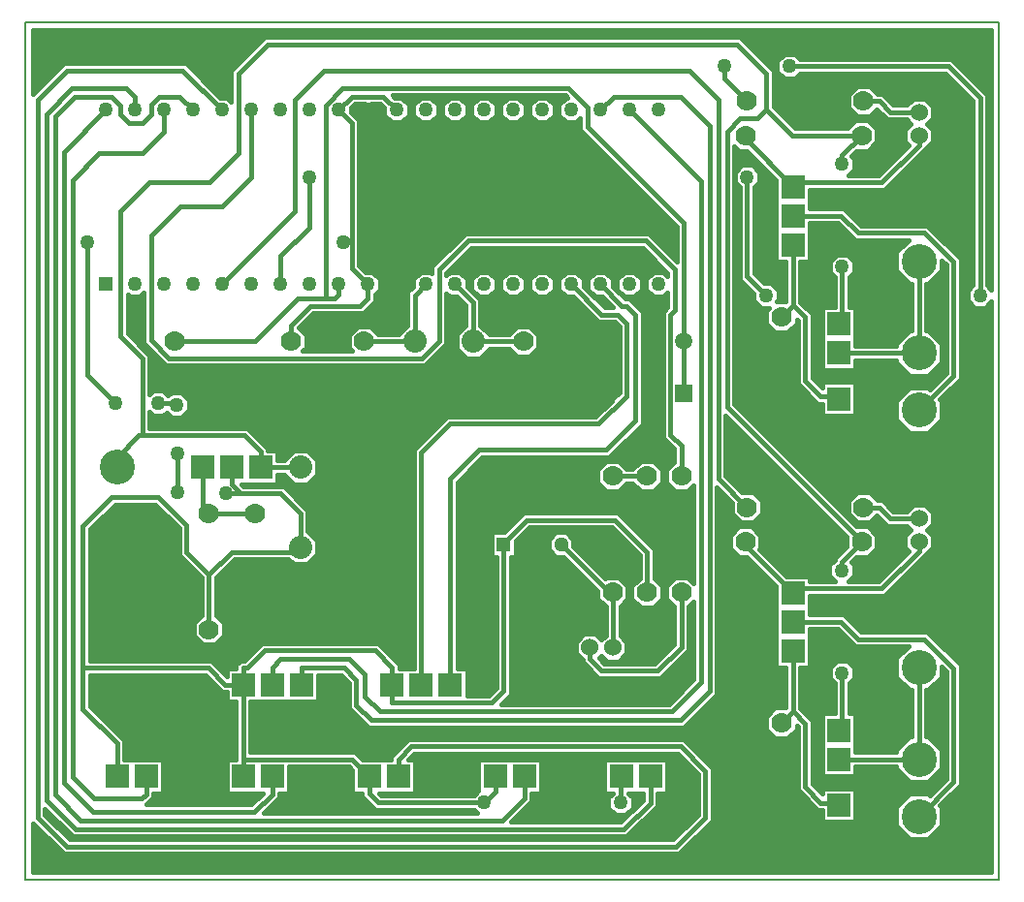
<source format=gbr>
G04 PROTEUS RS274X GERBER FILE*
%FSLAX45Y45*%
%MOMM*%
G01*
%ADD10C,0.381000*%
%ADD11C,1.270000*%
%ADD22C,0.254000*%
%ADD12R,2.032000X2.032000*%
%ADD13C,2.032000*%
%ADD14C,3.048000*%
%ADD15C,1.778000*%
%ADD16C,1.524000*%
%ADD17R,1.280000X1.280000*%
%ADD18C,0.254000*%
%ADD19C,1.280000*%
%ADD70R,1.270000X1.270000*%
%ADD71R,1.500000X1.500000*%
%ADD20C,1.500000*%
%ADD21C,0.203200*%
G36*
X+8542690Y+5231720D02*
X+8506285Y+5268125D01*
X+8506285Y+6930544D01*
X+8192780Y+7244049D01*
X+6869892Y+7244049D01*
X+6825442Y+7288499D01*
X+6736014Y+7288499D01*
X+6672779Y+7225264D01*
X+6672779Y+7135836D01*
X+6736014Y+7072601D01*
X+6825442Y+7072601D01*
X+6869892Y+7117051D01*
X+8140178Y+7117051D01*
X+8379287Y+6877942D01*
X+8379287Y+5268125D01*
X+8334837Y+5223675D01*
X+8334837Y+5134247D01*
X+8398072Y+5071012D01*
X+8487500Y+5071012D01*
X+8542690Y+5126202D01*
X+8542690Y+143210D01*
X+177310Y+143210D01*
X+177310Y+562990D01*
X+442399Y+297901D01*
X+5816301Y+297901D01*
X+6107499Y+589099D01*
X+6107499Y+1048101D01*
X+5854401Y+1301199D01*
X+3449549Y+1301199D01*
X+3300501Y+1152151D01*
X+3300501Y+1121949D01*
X+3053751Y+1121949D01*
X+2988801Y+1186899D01*
X+2073499Y+1186899D01*
X+2073499Y+1629851D01*
X+2664049Y+1629851D01*
X+2664049Y+1860002D01*
X+2864363Y+1860002D01*
X+2932501Y+1791864D01*
X+2932501Y+1573909D01*
X+3103609Y+1402801D01*
X+5854401Y+1402801D01*
X+6145598Y+1693998D01*
X+6145598Y+3501107D01*
X+6276651Y+3370054D01*
X+6276651Y+3271270D01*
X+6354765Y+3193156D01*
X+6465235Y+3193156D01*
X+6543349Y+3271270D01*
X+6543349Y+3381740D01*
X+6465235Y+3459854D01*
X+6366451Y+3459854D01*
X+6221799Y+3604506D01*
X+6221799Y+4124906D01*
X+7276651Y+3070054D01*
X+7276651Y+2982956D01*
X+7173384Y+2879689D01*
X+7173384Y+2865886D01*
X+7128934Y+2821436D01*
X+7128934Y+2732008D01*
X+7178433Y+2682509D01*
X+6956049Y+2682509D01*
X+6956049Y+2726554D01*
X+6753751Y+2726554D01*
X+6518192Y+2962113D01*
X+6527349Y+2971270D01*
X+6527349Y+3081740D01*
X+6449235Y+3159854D01*
X+6338765Y+3159854D01*
X+6260651Y+3081740D01*
X+6260651Y+2971270D01*
X+6338765Y+2893156D01*
X+6407549Y+2893156D01*
X+6663951Y+2636754D01*
X+6663951Y+1926456D01*
X+6746501Y+1926456D01*
X+6746501Y+1575854D01*
X+6654765Y+1575854D01*
X+6576651Y+1497740D01*
X+6576651Y+1387270D01*
X+6654765Y+1309156D01*
X+6765235Y+1309156D01*
X+6843349Y+1387270D01*
X+6843349Y+1419356D01*
X+6850813Y+1411892D01*
X+6850813Y+857506D01*
X+7026397Y+681922D01*
X+7063951Y+681922D01*
X+7063951Y+580456D01*
X+7356049Y+580456D01*
X+7356049Y+872554D01*
X+7063951Y+872554D01*
X+7063951Y+823968D01*
X+6977811Y+910108D01*
X+6977811Y+1464494D01*
X+6873499Y+1568806D01*
X+6873499Y+1926456D01*
X+6956049Y+1926456D01*
X+6956049Y+2263006D01*
X+7202240Y+2263006D01*
X+7352845Y+2112401D01*
X+7817889Y+2112401D01*
X+7713151Y+2007663D01*
X+7713151Y+1844587D01*
X+7828462Y+1729276D01*
X+7846501Y+1729276D01*
X+7846501Y+1323354D01*
X+7828462Y+1323354D01*
X+7713151Y+1208043D01*
X+7713151Y+1190004D01*
X+7356049Y+1190004D01*
X+7356049Y+1526554D01*
X+7303149Y+1526554D01*
X+7303149Y+1791088D01*
X+7347599Y+1835538D01*
X+7347599Y+1924966D01*
X+7284364Y+1988201D01*
X+7194936Y+1988201D01*
X+7131701Y+1924966D01*
X+7131701Y+1835538D01*
X+7176151Y+1791088D01*
X+7176151Y+1526554D01*
X+7063951Y+1526554D01*
X+7063951Y+980456D01*
X+7356049Y+980456D01*
X+7356049Y+1063006D01*
X+7713151Y+1063006D01*
X+7713151Y+1044967D01*
X+7828462Y+929656D01*
X+7991538Y+929656D01*
X+8106849Y+1044967D01*
X+8106849Y+1208043D01*
X+7991538Y+1323354D01*
X+7973499Y+1323354D01*
X+7973499Y+1729276D01*
X+7991538Y+1729276D01*
X+8106849Y+1844587D01*
X+8106849Y+1935251D01*
X+8146501Y+1895599D01*
X+8146501Y+952426D01*
X+8004294Y+810218D01*
X+7991538Y+822974D01*
X+7828462Y+822974D01*
X+7713151Y+707663D01*
X+7713151Y+544587D01*
X+7828462Y+429276D01*
X+7991538Y+429276D01*
X+8106849Y+544587D01*
X+8106849Y+707663D01*
X+8094094Y+720418D01*
X+8273499Y+899824D01*
X+8273499Y+1948201D01*
X+7982301Y+2239399D01*
X+7405447Y+2239399D01*
X+7254842Y+2390004D01*
X+6956049Y+2390004D01*
X+6956049Y+2555511D01*
X+7612086Y+2555511D01*
X+7973499Y+2916924D01*
X+7973499Y+2919381D01*
X+8030649Y+2976531D01*
X+8030649Y+3076479D01*
X+7979023Y+3128105D01*
X+8030649Y+3179731D01*
X+8030649Y+3279679D01*
X+7959974Y+3350354D01*
X+7860026Y+3350354D01*
X+7802876Y+3293204D01*
X+7688047Y+3293204D01*
X+7591248Y+3390003D01*
X+7551086Y+3390003D01*
X+7481235Y+3459854D01*
X+7370765Y+3459854D01*
X+7292651Y+3381740D01*
X+7292651Y+3271270D01*
X+7370765Y+3193156D01*
X+7481235Y+3193156D01*
X+7544865Y+3256786D01*
X+7635445Y+3166206D01*
X+7802876Y+3166206D01*
X+7840977Y+3128105D01*
X+7789351Y+3076479D01*
X+7789351Y+2976531D01*
X+7821428Y+2944454D01*
X+7559484Y+2682509D01*
X+7295333Y+2682509D01*
X+7344832Y+2732008D01*
X+7344832Y+2821436D01*
X+7319782Y+2846486D01*
X+7366451Y+2893156D01*
X+7465235Y+2893156D01*
X+7543349Y+2971270D01*
X+7543349Y+3081740D01*
X+7465235Y+3159854D01*
X+7366451Y+3159854D01*
X+6297999Y+4228306D01*
X+6297999Y+6483317D01*
X+6338765Y+6442551D01*
X+6407549Y+6442551D01*
X+6663951Y+6186149D01*
X+6663951Y+5475851D01*
X+6746501Y+5475851D01*
X+6746501Y+5125249D01*
X+6672681Y+5125249D01*
X+6681679Y+5134247D01*
X+6681679Y+5223675D01*
X+6618444Y+5286910D01*
X+6555581Y+5286910D01*
X+6472156Y+5370335D01*
X+6472156Y+6122835D01*
X+6516606Y+6167285D01*
X+6516606Y+6256713D01*
X+6453371Y+6319948D01*
X+6363943Y+6319948D01*
X+6300708Y+6256713D01*
X+6300708Y+6167285D01*
X+6345158Y+6122835D01*
X+6345158Y+5317733D01*
X+6465781Y+5197110D01*
X+6465781Y+5134247D01*
X+6529016Y+5071012D01*
X+6600528Y+5071012D01*
X+6576651Y+5047135D01*
X+6576651Y+4936665D01*
X+6654765Y+4858551D01*
X+6765235Y+4858551D01*
X+6843349Y+4936665D01*
X+6843349Y+4968751D01*
X+6850813Y+4961287D01*
X+6850813Y+4406901D01*
X+7026397Y+4231317D01*
X+7063951Y+4231317D01*
X+7063951Y+4129851D01*
X+7356049Y+4129851D01*
X+7356049Y+4421949D01*
X+7063951Y+4421949D01*
X+7063951Y+4373363D01*
X+6977811Y+4459503D01*
X+6977811Y+5013889D01*
X+6873499Y+5118201D01*
X+6873499Y+5475851D01*
X+6956049Y+5475851D01*
X+6956049Y+5812401D01*
X+7202240Y+5812401D01*
X+7352845Y+5661796D01*
X+7817889Y+5661796D01*
X+7713151Y+5557058D01*
X+7713151Y+5393982D01*
X+7828462Y+5278671D01*
X+7846501Y+5278671D01*
X+7846501Y+4872749D01*
X+7828462Y+4872749D01*
X+7713151Y+4757438D01*
X+7713151Y+4739399D01*
X+7356049Y+4739399D01*
X+7356049Y+5075949D01*
X+7303149Y+5075949D01*
X+7303149Y+5340483D01*
X+7347599Y+5384933D01*
X+7347599Y+5474361D01*
X+7284364Y+5537596D01*
X+7194936Y+5537596D01*
X+7131701Y+5474361D01*
X+7131701Y+5384933D01*
X+7176151Y+5340483D01*
X+7176151Y+5075949D01*
X+7063951Y+5075949D01*
X+7063951Y+4529851D01*
X+7356049Y+4529851D01*
X+7356049Y+4612401D01*
X+7713151Y+4612401D01*
X+7713151Y+4594362D01*
X+7828462Y+4479051D01*
X+7991538Y+4479051D01*
X+8106849Y+4594362D01*
X+8106849Y+4757438D01*
X+7991538Y+4872749D01*
X+7973499Y+4872749D01*
X+7973499Y+5278671D01*
X+7991538Y+5278671D01*
X+8106849Y+5393982D01*
X+8106849Y+5484646D01*
X+8146501Y+5444994D01*
X+8146501Y+4501821D01*
X+8004294Y+4359614D01*
X+7991538Y+4372369D01*
X+7828462Y+4372369D01*
X+7713151Y+4257058D01*
X+7713151Y+4093982D01*
X+7828462Y+3978671D01*
X+7991538Y+3978671D01*
X+8106849Y+4093982D01*
X+8106849Y+4257058D01*
X+8094094Y+4269814D01*
X+8273499Y+4449219D01*
X+8273499Y+5497596D01*
X+7982301Y+5788794D01*
X+7405447Y+5788794D01*
X+7254842Y+5939399D01*
X+6956049Y+5939399D01*
X+6956049Y+6104906D01*
X+7612086Y+6104906D01*
X+7973499Y+6466319D01*
X+7973499Y+6468776D01*
X+8030649Y+6525926D01*
X+8030649Y+6625874D01*
X+7979023Y+6677500D01*
X+8030649Y+6729126D01*
X+8030649Y+6829074D01*
X+7959974Y+6899749D01*
X+7860026Y+6899749D01*
X+7802876Y+6842599D01*
X+7688047Y+6842599D01*
X+7591248Y+6939398D01*
X+7551086Y+6939398D01*
X+7481235Y+7009249D01*
X+7370765Y+7009249D01*
X+7292651Y+6931135D01*
X+7292651Y+6820665D01*
X+7370765Y+6742551D01*
X+7481235Y+6742551D01*
X+7544865Y+6806181D01*
X+7635445Y+6715601D01*
X+7802876Y+6715601D01*
X+7840977Y+6677500D01*
X+7789351Y+6625874D01*
X+7789351Y+6525926D01*
X+7821428Y+6493848D01*
X+7559484Y+6231904D01*
X+7295333Y+6231904D01*
X+7344832Y+6281403D01*
X+7344832Y+6370831D01*
X+7319782Y+6395882D01*
X+7366451Y+6442551D01*
X+7465235Y+6442551D01*
X+7543349Y+6520665D01*
X+7543349Y+6631135D01*
X+7465235Y+6709249D01*
X+7354765Y+6709249D01*
X+7284915Y+6639399D01*
X+6828101Y+6639399D01*
X+6640899Y+6826601D01*
X+6640898Y+7144102D01*
X+6349701Y+7435299D01*
X+2194999Y+7435299D01*
X+1903801Y+7144101D01*
X+1903801Y+6874762D01*
X+1870714Y+6907849D01*
X+1807851Y+6907849D01*
X+1509001Y+7206699D01*
X+442399Y+7206699D01*
X+177310Y+6941610D01*
X+177310Y+7498590D01*
X+8542690Y+7498590D01*
X+8542690Y+5231720D01*
G37*
%LPC*%
G36*
X+7886328Y+7039450D02*
X+7933672Y+7039450D01*
X+7967150Y+7005972D01*
X+7967150Y+6958628D01*
X+7933672Y+6925150D01*
X+7886328Y+6925150D01*
X+7852850Y+6958628D01*
X+7852850Y+7005972D01*
X+7886328Y+7039450D01*
G37*
G36*
X+6686328Y+4033050D02*
X+6733672Y+4033050D01*
X+6767150Y+3999572D01*
X+6767150Y+3952228D01*
X+6733672Y+3918750D01*
X+6686328Y+3918750D01*
X+6652850Y+3952228D01*
X+6652850Y+3999572D01*
X+6686328Y+4033050D01*
G37*
G36*
X+7238933Y+3952050D02*
X+7181067Y+3952050D01*
X+7140150Y+3992967D01*
X+7140150Y+4050833D01*
X+7181067Y+4091750D01*
X+7238933Y+4091750D01*
X+7279850Y+4050833D01*
X+7279850Y+3992967D01*
X+7238933Y+3952050D01*
G37*
G36*
X+7949454Y+5880650D02*
X+7870546Y+5880650D01*
X+7814750Y+5936446D01*
X+7814750Y+6015354D01*
X+7870546Y+6071150D01*
X+7949454Y+6071150D01*
X+8005250Y+6015354D01*
X+8005250Y+5936446D01*
X+7949454Y+5880650D01*
G37*
G36*
X+7886328Y+3490055D02*
X+7933672Y+3490055D01*
X+7967150Y+3456577D01*
X+7967150Y+3409233D01*
X+7933672Y+3375755D01*
X+7886328Y+3375755D01*
X+7852850Y+3409233D01*
X+7852850Y+3456577D01*
X+7886328Y+3490055D01*
G37*
G36*
X+6686328Y+483655D02*
X+6733672Y+483655D01*
X+6767150Y+450177D01*
X+6767150Y+402833D01*
X+6733672Y+369355D01*
X+6686328Y+369355D01*
X+6652850Y+402833D01*
X+6652850Y+450177D01*
X+6686328Y+483655D01*
G37*
G36*
X+7238933Y+402655D02*
X+7181067Y+402655D01*
X+7140150Y+443572D01*
X+7140150Y+501438D01*
X+7181067Y+542355D01*
X+7238933Y+542355D01*
X+7279850Y+501438D01*
X+7279850Y+443572D01*
X+7238933Y+402655D01*
G37*
G36*
X+7949454Y+2331255D02*
X+7870546Y+2331255D01*
X+7814750Y+2387051D01*
X+7814750Y+2465959D01*
X+7870546Y+2521755D01*
X+7949454Y+2521755D01*
X+8005250Y+2465959D01*
X+8005250Y+2387051D01*
X+7949454Y+2331255D01*
G37*
G36*
X+2702150Y+1746967D02*
X+2702150Y+1804833D01*
X+2743067Y+1845750D01*
X+2800933Y+1845750D01*
X+2841850Y+1804833D01*
X+2841850Y+1746967D01*
X+2800933Y+1706050D01*
X+2743067Y+1706050D01*
X+2702150Y+1746967D01*
G37*
G36*
X+2728500Y+1482561D02*
X+2728500Y+1519385D01*
X+2754538Y+1545423D01*
X+2791362Y+1545423D01*
X+2817400Y+1519385D01*
X+2817400Y+1482561D01*
X+2791362Y+1456523D01*
X+2754538Y+1456523D01*
X+2728500Y+1482561D01*
G37*
G36*
X+2398195Y+1477489D02*
X+2398195Y+1514313D01*
X+2424233Y+1540351D01*
X+2461057Y+1540351D01*
X+2487095Y+1514313D01*
X+2487095Y+1477489D01*
X+2461057Y+1451451D01*
X+2424233Y+1451451D01*
X+2398195Y+1477489D01*
G37*
%LPD*%
G36*
X+4840251Y+6907849D02*
X+4829286Y+6907849D01*
X+4766051Y+6844614D01*
X+4766051Y+6755186D01*
X+4829286Y+6691951D01*
X+4918714Y+6691951D01*
X+4951801Y+6725038D01*
X+4951801Y+6628099D01*
X+5796501Y+5783399D01*
X+5796501Y+5473899D01*
X+5549601Y+5720799D01*
X+3947599Y+5720799D01*
X+3656401Y+5429601D01*
X+3656401Y+5376162D01*
X+3648714Y+5383849D01*
X+3559286Y+5383849D01*
X+3496051Y+5320614D01*
X+3496051Y+5257751D01*
X+3446501Y+5208201D01*
X+3446501Y+4918945D01*
X+3366955Y+4839399D01*
X+3287000Y+4839398D01*
X+3189085Y+4839399D01*
X+3119235Y+4909249D01*
X+3008765Y+4909249D01*
X+2930651Y+4831135D01*
X+2930651Y+4720665D01*
X+2959217Y+4692099D01*
X+2530783Y+4692099D01*
X+2559349Y+4720665D01*
X+2559349Y+4831135D01*
X+2494517Y+4895967D01*
X+2620203Y+5021653D01*
X+3058024Y+5021653D01*
X+3159499Y+5123128D01*
X+3159499Y+5186736D01*
X+3203949Y+5231186D01*
X+3203949Y+5320614D01*
X+3140714Y+5383849D01*
X+3077851Y+5383849D01*
X+3021399Y+5440301D01*
X+3021399Y+6710301D01*
X+2949949Y+6781751D01*
X+2949949Y+6818049D01*
X+2983001Y+6851101D01*
X+3066379Y+6851101D01*
X+3038850Y+6823572D01*
X+3038850Y+6776228D01*
X+3072328Y+6742750D01*
X+3119672Y+6742750D01*
X+3153150Y+6776228D01*
X+3153150Y+6823572D01*
X+3125621Y+6851101D01*
X+3208999Y+6851101D01*
X+3242051Y+6818049D01*
X+3242051Y+6755186D01*
X+3305286Y+6691951D01*
X+3394714Y+6691951D01*
X+3457949Y+6755186D01*
X+3457949Y+6844614D01*
X+3394714Y+6907849D01*
X+3331851Y+6907849D01*
X+3312399Y+6927301D01*
X+4820799Y+6927301D01*
X+4840251Y+6907849D01*
G37*
%LPC*%
G36*
X+3292850Y+5252228D02*
X+3292850Y+5299572D01*
X+3326328Y+5333050D01*
X+3373672Y+5333050D01*
X+3407150Y+5299572D01*
X+3407150Y+5252228D01*
X+3373672Y+5218750D01*
X+3326328Y+5218750D01*
X+3292850Y+5252228D01*
G37*
G36*
X+4727949Y+6844614D02*
X+4727949Y+6755186D01*
X+4664714Y+6691951D01*
X+4575286Y+6691951D01*
X+4512051Y+6755186D01*
X+4512051Y+6844614D01*
X+4575286Y+6907849D01*
X+4664714Y+6907849D01*
X+4727949Y+6844614D01*
G37*
G36*
X+4473949Y+6844614D02*
X+4473949Y+6755186D01*
X+4410714Y+6691951D01*
X+4321286Y+6691951D01*
X+4258051Y+6755186D01*
X+4258051Y+6844614D01*
X+4321286Y+6907849D01*
X+4410714Y+6907849D01*
X+4473949Y+6844614D01*
G37*
G36*
X+4219949Y+6844614D02*
X+4219949Y+6755186D01*
X+4156714Y+6691951D01*
X+4067286Y+6691951D01*
X+4004051Y+6755186D01*
X+4004051Y+6844614D01*
X+4067286Y+6907849D01*
X+4156714Y+6907849D01*
X+4219949Y+6844614D01*
G37*
G36*
X+3965949Y+6844614D02*
X+3965949Y+6755186D01*
X+3902714Y+6691951D01*
X+3813286Y+6691951D01*
X+3750051Y+6755186D01*
X+3750051Y+6844614D01*
X+3813286Y+6907849D01*
X+3902714Y+6907849D01*
X+3965949Y+6844614D01*
G37*
G36*
X+3711949Y+6844614D02*
X+3711949Y+6755186D01*
X+3648714Y+6691951D01*
X+3559286Y+6691951D01*
X+3496051Y+6755186D01*
X+3496051Y+6844614D01*
X+3559286Y+6907849D01*
X+3648714Y+6907849D01*
X+3711949Y+6844614D01*
G37*
G36*
X+2867150Y+4799572D02*
X+2867150Y+4752228D01*
X+2833672Y+4718750D01*
X+2786328Y+4718750D01*
X+2752850Y+4752228D01*
X+2752850Y+4799572D01*
X+2786328Y+4833050D01*
X+2833672Y+4833050D01*
X+2867150Y+4799572D01*
G37*
G36*
X+2589232Y+4888868D02*
X+2589232Y+4925692D01*
X+2615270Y+4951730D01*
X+2652094Y+4951730D01*
X+2678132Y+4925692D01*
X+2678132Y+4888868D01*
X+2652094Y+4862830D01*
X+2615270Y+4862830D01*
X+2589232Y+4888868D01*
G37*
%LPD*%
G36*
X+5713801Y+5376999D02*
X+5713801Y+5350762D01*
X+5680714Y+5383849D01*
X+5591286Y+5383849D01*
X+5528051Y+5320614D01*
X+5528051Y+5231186D01*
X+5591286Y+5167951D01*
X+5680714Y+5167951D01*
X+5713801Y+5201038D01*
X+5713801Y+5074001D01*
X+5675701Y+5035901D01*
X+5675701Y+3936099D01*
X+5771502Y+3840298D01*
X+5771502Y+3725986D01*
X+5701651Y+3656135D01*
X+5701651Y+3545665D01*
X+5779765Y+3467551D01*
X+5890235Y+3467551D01*
X+5942401Y+3519717D01*
X+5942401Y+2666083D01*
X+5890235Y+2718249D01*
X+5779765Y+2718249D01*
X+5701651Y+2640135D01*
X+5701651Y+2529665D01*
X+5771501Y+2459815D01*
X+5771501Y+2134080D01*
X+5601820Y+1964399D01*
X+5161301Y+1964399D01*
X+5115212Y+2010488D01*
X+5136600Y+2031877D01*
X+5188226Y+1980251D01*
X+5288174Y+1980251D01*
X+5358849Y+2050926D01*
X+5358849Y+2150874D01*
X+5301699Y+2208024D01*
X+5301699Y+2463015D01*
X+5368349Y+2529665D01*
X+5368349Y+2640135D01*
X+5290235Y+2718249D01*
X+5179765Y+2718249D01*
X+5168608Y+2707092D01*
X+4893449Y+2982251D01*
X+4893449Y+3045821D01*
X+4829921Y+3109349D01*
X+4740079Y+3109349D01*
X+4676551Y+3045821D01*
X+4676551Y+2955979D01*
X+4740079Y+2892451D01*
X+4803649Y+2892451D01*
X+5101651Y+2594449D01*
X+5101651Y+2529665D01*
X+5174701Y+2456615D01*
X+5174701Y+2208024D01*
X+5136600Y+2169923D01*
X+5084974Y+2221549D01*
X+4985026Y+2221549D01*
X+4914351Y+2150874D01*
X+4914351Y+2050926D01*
X+4971501Y+1993776D01*
X+4971501Y+1974599D01*
X+5108699Y+1837401D01*
X+5654422Y+1837401D01*
X+5898499Y+2081478D01*
X+5898499Y+2459815D01*
X+5942401Y+2503717D01*
X+5942401Y+1822801D01*
X+5725599Y+1605999D01*
X+4260499Y+1605999D01*
X+4348499Y+1693999D01*
X+4348499Y+2892451D01*
X+4393449Y+2892451D01*
X+4393449Y+3033094D01*
X+4511315Y+3150960D01*
X+5227193Y+3150960D01*
X+5471501Y+2906652D01*
X+5471501Y+2709985D01*
X+5401651Y+2640135D01*
X+5401651Y+2529665D01*
X+5479765Y+2451551D01*
X+5590235Y+2451551D01*
X+5668349Y+2529665D01*
X+5668349Y+2640135D01*
X+5598499Y+2709985D01*
X+5598499Y+2959254D01*
X+5279795Y+3277958D01*
X+4458713Y+3277958D01*
X+4290104Y+3109349D01*
X+4176551Y+3109349D01*
X+4176551Y+2892451D01*
X+4221501Y+2892451D01*
X+4221501Y+1746601D01*
X+4157099Y+1682199D01*
X+3964049Y+1682199D01*
X+3964049Y+1921949D01*
X+3881499Y+1921949D01*
X+3881499Y+3548199D01*
X+4098301Y+3765001D01*
X+5206701Y+3765001D01*
X+5497899Y+4056199D01*
X+5497899Y+5035901D01*
X+5384501Y+5149299D01*
X+5344401Y+5149299D01*
X+5235949Y+5257751D01*
X+5235949Y+5320614D01*
X+5172714Y+5383849D01*
X+5083286Y+5383849D01*
X+5020051Y+5320614D01*
X+5020051Y+5231186D01*
X+5083286Y+5167951D01*
X+5146149Y+5167951D01*
X+5241001Y+5073099D01*
X+5166601Y+5073099D01*
X+4981949Y+5257751D01*
X+4981949Y+5320614D01*
X+4918714Y+5383849D01*
X+4829286Y+5383849D01*
X+4766051Y+5320614D01*
X+4766051Y+5231186D01*
X+4829286Y+5167951D01*
X+4892149Y+5167951D01*
X+5113999Y+4946101D01*
X+5255699Y+4946101D01*
X+5294701Y+4907099D01*
X+5294701Y+4327876D01*
X+5277310Y+4310485D01*
X+5277310Y+4353781D01*
X+5237881Y+4393210D01*
X+5182119Y+4393210D01*
X+5142690Y+4353781D01*
X+5142690Y+4298019D01*
X+5182119Y+4258590D01*
X+5225415Y+4258590D01*
X+5087424Y+4120599D01*
X+3791699Y+4120599D01*
X+3500501Y+3829401D01*
X+3500501Y+1921949D01*
X+3373499Y+1921949D01*
X+3373499Y+1952201D01*
X+3186301Y+2139399D01*
X+2169599Y+2139399D01*
X+2017199Y+1986999D01*
X+1983699Y+1986999D01*
X+1946501Y+1949801D01*
X+1946501Y+1921949D01*
X+1863951Y+1921949D01*
X+1863951Y+1854749D01*
X+1731702Y+1986998D01*
X+1705400Y+1986998D01*
X+673499Y+1986999D01*
X+673499Y+3134410D01*
X+890301Y+3351212D01*
X+1242195Y+3351212D01*
X+1451452Y+3141955D01*
X+1451452Y+2907723D01*
X+1646501Y+2712674D01*
X+1646501Y+2384985D01*
X+1576651Y+2315135D01*
X+1576651Y+2204665D01*
X+1654765Y+2126551D01*
X+1765235Y+2126551D01*
X+1843349Y+2204665D01*
X+1843349Y+2315135D01*
X+1773499Y+2384985D01*
X+1773499Y+2712674D01*
X+1935870Y+2875045D01*
X+2404311Y+2875045D01*
X+2449505Y+2829851D01*
X+2570495Y+2829851D01*
X+2656049Y+2915405D01*
X+2656049Y+3036395D01*
X+2573499Y+3118945D01*
X+2573499Y+3302201D01*
X+2363475Y+3512225D01*
X+2011788Y+3512225D01*
X+1994162Y+3529851D01*
X+2310049Y+3529851D01*
X+2310049Y+3612401D01*
X+2337000Y+3612402D01*
X+2366955Y+3612401D01*
X+2449505Y+3529851D01*
X+2570495Y+3529851D01*
X+2656049Y+3615405D01*
X+2656049Y+3736395D01*
X+2570495Y+3821949D01*
X+2449505Y+3821949D01*
X+2366955Y+3739399D01*
X+2337000Y+3739398D01*
X+2310049Y+3739399D01*
X+2310049Y+3821949D01*
X+2227499Y+3821949D01*
X+2227499Y+3839911D01*
X+2047730Y+4019680D01*
X+1192599Y+4019680D01*
X+1192599Y+4160514D01*
X+1223321Y+4129792D01*
X+1312749Y+4129792D01*
X+1339772Y+4156815D01*
X+1382735Y+4113852D01*
X+1472163Y+4113852D01*
X+1535398Y+4177087D01*
X+1535398Y+4266515D01*
X+1472163Y+4329750D01*
X+1382735Y+4329750D01*
X+1355712Y+4302727D01*
X+1312749Y+4345690D01*
X+1223321Y+4345690D01*
X+1192598Y+4314967D01*
X+1192598Y+4654902D01*
X+1002099Y+4845401D01*
X+1002099Y+5185138D01*
X+1019286Y+5167951D01*
X+1108714Y+5167951D01*
X+1141801Y+5201038D01*
X+1141801Y+4761049D01*
X+1337749Y+4565101D01*
X+3596976Y+4565101D01*
X+3783399Y+4751524D01*
X+3783399Y+5197838D01*
X+3813286Y+5167951D01*
X+3876149Y+5167951D01*
X+3954502Y+5089598D01*
X+3954501Y+4918945D01*
X+3871951Y+4836395D01*
X+3871951Y+4715405D01*
X+3957505Y+4629851D01*
X+4078495Y+4629851D01*
X+4161045Y+4712401D01*
X+4330915Y+4712401D01*
X+4400765Y+4642551D01*
X+4511235Y+4642551D01*
X+4589349Y+4720665D01*
X+4589349Y+4831135D01*
X+4511235Y+4909249D01*
X+4400765Y+4909249D01*
X+4330915Y+4839399D01*
X+4161045Y+4839399D01*
X+4081499Y+4918945D01*
X+4081498Y+5142202D01*
X+3965949Y+5257751D01*
X+3965949Y+5320614D01*
X+3902714Y+5383849D01*
X+3813286Y+5383849D01*
X+3783399Y+5353962D01*
X+3783399Y+5376999D01*
X+4000201Y+5593801D01*
X+5496999Y+5593801D01*
X+5713801Y+5376999D01*
G37*
%LPC*%
G36*
X+2706850Y+3652228D02*
X+2706850Y+3699572D01*
X+2740328Y+3733050D01*
X+2787672Y+3733050D01*
X+2821150Y+3699572D01*
X+2821150Y+3652228D01*
X+2787672Y+3618750D01*
X+2740328Y+3618750D01*
X+2706850Y+3652228D01*
G37*
G36*
X+2706850Y+2952228D02*
X+2706850Y+2999572D01*
X+2740328Y+3033050D01*
X+2787672Y+3033050D01*
X+2821150Y+2999572D01*
X+2821150Y+2952228D01*
X+2787672Y+2918750D01*
X+2740328Y+2918750D01*
X+2706850Y+2952228D01*
G37*
G36*
X+870546Y+3270770D02*
X+949454Y+3270770D01*
X+1005250Y+3214974D01*
X+1005250Y+3136066D01*
X+949454Y+3080270D01*
X+870546Y+3080270D01*
X+814750Y+3136066D01*
X+814750Y+3214974D01*
X+870546Y+3270770D01*
G37*
G36*
X+2086328Y+2317050D02*
X+2133672Y+2317050D01*
X+2167150Y+2283572D01*
X+2167150Y+2236228D01*
X+2133672Y+2202750D01*
X+2086328Y+2202750D01*
X+2052850Y+2236228D01*
X+2052850Y+2283572D01*
X+2086328Y+2317050D01*
G37*
G36*
X+4774650Y+2077228D02*
X+4774650Y+2124572D01*
X+4808128Y+2158050D01*
X+4855472Y+2158050D01*
X+4888950Y+2124572D01*
X+4888950Y+2077228D01*
X+4855472Y+2043750D01*
X+4808128Y+2043750D01*
X+4774650Y+2077228D01*
G37*
G36*
X+5668349Y+3656135D02*
X+5668349Y+3545665D01*
X+5590235Y+3467551D01*
X+5479765Y+3467551D01*
X+5409915Y+3537401D01*
X+5360085Y+3537401D01*
X+5290235Y+3467551D01*
X+5179765Y+3467551D01*
X+5101651Y+3545665D01*
X+5101651Y+3656135D01*
X+5179765Y+3734249D01*
X+5290235Y+3734249D01*
X+5360085Y+3664399D01*
X+5409915Y+3664399D01*
X+5479765Y+3734249D01*
X+5590235Y+3734249D01*
X+5668349Y+3656135D01*
G37*
G36*
X+4004051Y+5231186D02*
X+4004051Y+5320614D01*
X+4067286Y+5383849D01*
X+4156714Y+5383849D01*
X+4219949Y+5320614D01*
X+4219949Y+5231186D01*
X+4156714Y+5167951D01*
X+4067286Y+5167951D01*
X+4004051Y+5231186D01*
G37*
G36*
X+4258051Y+5231186D02*
X+4258051Y+5320614D01*
X+4321286Y+5383849D01*
X+4410714Y+5383849D01*
X+4473949Y+5320614D01*
X+4473949Y+5231186D01*
X+4410714Y+5167951D01*
X+4321286Y+5167951D01*
X+4258051Y+5231186D01*
G37*
G36*
X+4512051Y+5231186D02*
X+4512051Y+5320614D01*
X+4575286Y+5383849D01*
X+4664714Y+5383849D01*
X+4727949Y+5320614D01*
X+4727949Y+5231186D01*
X+4664714Y+5167951D01*
X+4575286Y+5167951D01*
X+4512051Y+5231186D01*
G37*
G36*
X+5274051Y+5231186D02*
X+5274051Y+5320614D01*
X+5337286Y+5383849D01*
X+5426714Y+5383849D01*
X+5489949Y+5320614D01*
X+5489949Y+5231186D01*
X+5426714Y+5167951D01*
X+5337286Y+5167951D01*
X+5274051Y+5231186D01*
G37*
G36*
X+4652850Y+4752228D02*
X+4652850Y+4799572D01*
X+4686328Y+4833050D01*
X+4733672Y+4833050D01*
X+4767150Y+4799572D01*
X+4767150Y+4752228D01*
X+4733672Y+4718750D01*
X+4686328Y+4718750D01*
X+4652850Y+4752228D01*
G37*
G36*
X+5277310Y+4803781D02*
X+5277310Y+4748019D01*
X+5237881Y+4708590D01*
X+5182119Y+4708590D01*
X+5142690Y+4748019D01*
X+5142690Y+4803781D01*
X+5182119Y+4843210D01*
X+5237881Y+4843210D01*
X+5277310Y+4803781D01*
G37*
G36*
X+4002150Y+1746967D02*
X+4002150Y+1804833D01*
X+4043067Y+1845750D01*
X+4100933Y+1845750D01*
X+4141850Y+1804833D01*
X+4141850Y+1746967D01*
X+4100933Y+1706050D01*
X+4043067Y+1706050D01*
X+4002150Y+1746967D01*
G37*
G36*
X+2589232Y+4346859D02*
X+2589232Y+4383683D01*
X+2615270Y+4409721D01*
X+2652094Y+4409721D01*
X+2678132Y+4383683D01*
X+2678132Y+4346859D01*
X+2652094Y+4320821D01*
X+2615270Y+4320821D01*
X+2589232Y+4346859D01*
G37*
G36*
X+4027550Y+2057488D02*
X+4027550Y+2094312D01*
X+4053588Y+2120350D01*
X+4090412Y+2120350D01*
X+4116450Y+2094312D01*
X+4116450Y+2057488D01*
X+4090412Y+2031450D01*
X+4053588Y+2031450D01*
X+4027550Y+2057488D01*
G37*
G36*
X+4448583Y+2061735D02*
X+4448583Y+2098559D01*
X+4474621Y+2124597D01*
X+4511445Y+2124597D01*
X+4537483Y+2098559D01*
X+4537483Y+2061735D01*
X+4511445Y+2035697D01*
X+4474621Y+2035697D01*
X+4448583Y+2061735D01*
G37*
G36*
X+4971935Y+1688410D02*
X+4971935Y+1725234D01*
X+4997973Y+1751272D01*
X+5034797Y+1751272D01*
X+5060835Y+1725234D01*
X+5060835Y+1688410D01*
X+5034797Y+1662372D01*
X+4997973Y+1662372D01*
X+4971935Y+1688410D01*
G37*
G36*
X+1265550Y+2098930D02*
X+1265550Y+2135754D01*
X+1291588Y+2161792D01*
X+1328412Y+2161792D01*
X+1354450Y+2135754D01*
X+1354450Y+2098930D01*
X+1328412Y+2072892D01*
X+1291588Y+2072892D01*
X+1265550Y+2098930D01*
G37*
%LPD*%
G36*
X+1826699Y+1712401D02*
X+1863951Y+1712401D01*
X+1863951Y+1629851D01*
X+1946501Y+1629851D01*
X+1946501Y+1121949D01*
X+1863951Y+1121949D01*
X+1863951Y+829851D01*
X+2183001Y+829851D01*
X+2082849Y+729699D01*
X+1162449Y+729699D01*
X+1227499Y+794749D01*
X+1227499Y+829851D01*
X+1310049Y+829851D01*
X+1310049Y+1121949D01*
X+973499Y+1121949D01*
X+973499Y+1289687D01*
X+673498Y+1589688D01*
X+673499Y+1860001D01*
X+1679098Y+1860002D01*
X+1826699Y+1712401D01*
G37*
%LPC*%
G36*
X+1348150Y+946967D02*
X+1348150Y+1004833D01*
X+1389067Y+1045750D01*
X+1446933Y+1045750D01*
X+1487850Y+1004833D01*
X+1487850Y+946967D01*
X+1446933Y+906050D01*
X+1389067Y+906050D01*
X+1348150Y+946967D01*
G37*
G36*
X+1645992Y+1477489D02*
X+1645992Y+1514313D01*
X+1672030Y+1540351D01*
X+1708854Y+1540351D01*
X+1734892Y+1514313D01*
X+1734892Y+1477489D01*
X+1708854Y+1451451D01*
X+1672030Y+1451451D01*
X+1645992Y+1477489D01*
G37*
G36*
X+1265550Y+1657488D02*
X+1265550Y+1694312D01*
X+1291588Y+1720350D01*
X+1328412Y+1720350D01*
X+1354450Y+1694312D01*
X+1354450Y+1657488D01*
X+1328412Y+1631450D01*
X+1291588Y+1631450D01*
X+1265550Y+1657488D01*
G37*
%LPD*%
G36*
X+2963951Y+1032149D02*
X+2963951Y+829851D01*
X+3046501Y+829851D01*
X+3046501Y+802677D01*
X+3165332Y+683846D01*
X+4023567Y+683846D01*
X+4053914Y+653499D01*
X+2186249Y+653499D01*
X+2327499Y+794749D01*
X+2327499Y+829851D01*
X+2410049Y+829851D01*
X+2410049Y+1059901D01*
X+2936199Y+1059901D01*
X+2963951Y+1032149D01*
G37*
%LPC*%
G36*
X+2448150Y+946967D02*
X+2448150Y+1004833D01*
X+2489067Y+1045750D01*
X+2546933Y+1045750D01*
X+2587850Y+1004833D01*
X+2587850Y+946967D01*
X+2546933Y+906050D01*
X+2489067Y+906050D01*
X+2448150Y+946967D01*
G37*
G36*
X+2728500Y+959209D02*
X+2728500Y+996033D01*
X+2754538Y+1022071D01*
X+2791362Y+1022071D01*
X+2817400Y+996033D01*
X+2817400Y+959209D01*
X+2791362Y+933171D01*
X+2754538Y+933171D01*
X+2728500Y+959209D01*
G37*
%LPD*%
G36*
X+5980501Y+995499D02*
X+5980501Y+641701D01*
X+5763699Y+424899D01*
X+495001Y+424899D01*
X+278199Y+641701D01*
X+278199Y+690701D01*
X+518598Y+450302D01*
X+5359252Y+450302D01*
X+5627499Y+718549D01*
X+5627499Y+829851D01*
X+5710049Y+829851D01*
X+5710049Y+1121949D01*
X+5163951Y+1121949D01*
X+5163951Y+829851D01*
X+5235817Y+829851D01*
X+5198024Y+792058D01*
X+5198024Y+702630D01*
X+5261259Y+639395D01*
X+5350687Y+639395D01*
X+5413922Y+702630D01*
X+5413922Y+792058D01*
X+5376129Y+829851D01*
X+5500501Y+829851D01*
X+5500501Y+771151D01*
X+5306648Y+577298D01*
X+4348148Y+577298D01*
X+4527499Y+756649D01*
X+4527499Y+829851D01*
X+4610049Y+829851D01*
X+4610049Y+1121949D01*
X+4063951Y+1121949D01*
X+4063951Y+851228D01*
X+4023567Y+810844D01*
X+3217934Y+810844D01*
X+3198927Y+829851D01*
X+3510049Y+829851D01*
X+3510049Y+1121949D01*
X+3449899Y+1121949D01*
X+3502151Y+1174201D01*
X+5801799Y+1174201D01*
X+5980501Y+995499D01*
G37*
%LPC*%
G36*
X+5748150Y+946967D02*
X+5748150Y+1004833D01*
X+5789067Y+1045750D01*
X+5846933Y+1045750D01*
X+5887850Y+1004833D01*
X+5887850Y+946967D01*
X+5846933Y+906050D01*
X+5789067Y+906050D01*
X+5748150Y+946967D01*
G37*
G36*
X+4648150Y+946967D02*
X+4648150Y+1004833D01*
X+4689067Y+1045750D01*
X+4746933Y+1045750D01*
X+4787850Y+1004833D01*
X+4787850Y+946967D01*
X+4746933Y+906050D01*
X+4689067Y+906050D01*
X+4648150Y+946967D01*
G37*
G36*
X+3548150Y+946967D02*
X+3548150Y+1004833D01*
X+3589067Y+1045750D01*
X+3646933Y+1045750D01*
X+3687850Y+1004833D01*
X+3687850Y+946967D01*
X+3646933Y+906050D01*
X+3589067Y+906050D01*
X+3548150Y+946967D01*
G37*
G36*
X+4975424Y+899894D02*
X+4975424Y+936718D01*
X+5001462Y+962756D01*
X+5038286Y+962756D01*
X+5064324Y+936718D01*
X+5064324Y+899894D01*
X+5038286Y+873856D01*
X+5001462Y+873856D01*
X+4975424Y+899894D01*
G37*
%LPD*%
D10*
X+4018000Y+4775900D02*
X+4456000Y+4775900D01*
X+4018000Y+4775900D02*
X+4018000Y+5115900D01*
X+3858000Y+5275900D01*
X+3510000Y+4775900D02*
X+3064000Y+4775900D01*
X+3510000Y+4775900D02*
X+3510000Y+5181900D01*
X+3604000Y+5275900D01*
X+6810000Y+6129900D02*
X+6848505Y+6168405D01*
X+7585785Y+6168405D01*
X+7910000Y+6492620D01*
X+7910000Y+6575900D01*
X+6810000Y+6129900D02*
X+6394000Y+6545900D01*
X+6394000Y+6575900D01*
X+6810000Y+5091900D02*
X+6710000Y+4991900D01*
X+6810000Y+5091900D02*
X+6810000Y+5621900D01*
X+7910000Y+4675900D02*
X+7910000Y+5475520D01*
X+7910000Y+4675900D02*
X+7210000Y+4675900D01*
X+5235000Y+2584900D02*
X+5238200Y+2581700D01*
X+5238200Y+2100900D01*
X+5235000Y+2584900D02*
X+5201000Y+2584900D01*
X+4785000Y+3000900D01*
X+5235000Y+3600900D02*
X+5535000Y+3600900D01*
X+1710000Y+3275900D02*
X+2110000Y+3275900D01*
X+6810000Y+2580505D02*
X+6848505Y+2619010D01*
X+7585785Y+2619010D01*
X+7910000Y+2943225D01*
X+7910000Y+3026505D01*
X+6810000Y+2580505D02*
X+6394000Y+2996505D01*
X+6394000Y+3026505D01*
X+6810000Y+1542505D02*
X+6710000Y+1442505D01*
X+6810000Y+1542505D02*
X+6810000Y+2072505D01*
X+7910000Y+1126505D02*
X+7910000Y+1926125D01*
X+7910000Y+1126505D02*
X+7210000Y+1126505D01*
X+1129100Y+3956181D02*
X+1099281Y+3956181D01*
X+910000Y+3766900D01*
X+910000Y+3675900D01*
X+7239650Y+1880252D02*
X+7239650Y+1410155D01*
X+7210000Y+1380505D01*
X+7410000Y+3026505D02*
X+7236883Y+2853388D01*
X+7236883Y+2776722D01*
X+7239650Y+5429647D02*
X+7239650Y+4959550D01*
X+7210000Y+4929900D01*
X+7410000Y+6575900D02*
X+7236883Y+6402783D01*
X+7236883Y+6326117D01*
X+2164000Y+3675900D02*
X+2510000Y+3675900D01*
X+5210000Y+4476200D02*
X+2810000Y+4476200D01*
X+4748600Y+1161500D02*
X+4748600Y+1123400D01*
X+4718000Y+1123400D01*
X+4718000Y+975900D01*
X+1586300Y+1237700D02*
X+1586300Y+1144200D01*
X+1418000Y+975900D01*
X+5210000Y+4476200D02*
X+5210000Y+4325900D01*
X+5210000Y+4775900D02*
X+5210000Y+4476200D01*
X+8128975Y+2645480D02*
X+7910000Y+2426505D01*
X+7910000Y+3432905D02*
X+7984254Y+3432905D01*
X+8128975Y+3288184D01*
X+8128975Y+2645480D01*
X+6710000Y+426505D02*
X+6756000Y+472505D01*
X+7210000Y+472505D01*
X+8128975Y+6194875D02*
X+7910000Y+5975900D01*
X+8128975Y+6194875D02*
X+8128975Y+6837579D01*
X+7984254Y+6982300D01*
X+7910000Y+6982300D01*
X+7210000Y+4021900D02*
X+6756000Y+4021900D01*
X+6710000Y+3975900D01*
X+2729300Y+5148671D02*
X+2806375Y+5148671D01*
X+2842000Y+5184296D01*
X+2842000Y+5275900D01*
X+5860000Y+4775900D02*
X+5860000Y+4325900D01*
X+3110000Y+975900D02*
X+2962500Y+1123400D01*
X+2010000Y+1123400D01*
X+2010000Y+1775900D02*
X+2010000Y+1123400D01*
X+2010000Y+975900D01*
X+2842000Y+6799900D02*
X+2956700Y+6914600D01*
X+3235300Y+6914600D01*
X+3350000Y+6799900D01*
X+2510000Y+2975900D02*
X+2472644Y+2938544D01*
X+1909569Y+2938544D01*
X+1710000Y+2738975D01*
X+1710000Y+2259900D01*
X+7910000Y+6779100D02*
X+7661746Y+6779100D01*
X+7564946Y+6875900D01*
X+7426000Y+6875900D01*
X+5035000Y+2100900D02*
X+5035000Y+2000900D01*
X+5135000Y+1900900D01*
X+5628121Y+1900900D01*
X+5835000Y+2107779D01*
X+5835000Y+2584900D01*
X+1710000Y+3275900D02*
X+1656000Y+3329900D01*
X+1656000Y+3675900D01*
X+7910000Y+3229705D02*
X+7661746Y+3229705D01*
X+7564946Y+3326505D01*
X+7426000Y+3326505D01*
X+7410000Y+6575900D02*
X+6801800Y+6575900D01*
X+6577400Y+6800300D01*
X+1129100Y+3956181D02*
X+2021429Y+3956181D01*
X+2164000Y+3813610D01*
X+2164000Y+3675900D01*
X+3350000Y+5275900D02*
X+3350000Y+5428700D01*
X+3096000Y+5682700D01*
X+3096000Y+6799900D01*
X+7910000Y+3432905D02*
X+7910001Y+3957257D01*
X+2764000Y+2975900D02*
X+2764000Y+3675900D01*
X+7210000Y+4021900D02*
X+7274643Y+3957257D01*
X+7910001Y+3957257D01*
X+5210000Y+4775900D02*
X+4710000Y+4775900D01*
X+8128975Y+6194875D02*
X+8294984Y+6028866D01*
X+8294984Y+4153706D01*
X+8098535Y+3957257D01*
X+7910001Y+3957257D01*
X+1410000Y+4775900D02*
X+2110000Y+4775900D01*
X+2482771Y+5148671D01*
X+2729300Y+5148671D01*
X+610000Y+1923500D02*
X+1705400Y+1923500D01*
X+1853000Y+1775900D01*
X+2010000Y+1775900D01*
X+910000Y+975900D02*
X+910000Y+1263386D01*
X+610000Y+1563386D01*
X+610000Y+1923500D01*
X+2426000Y+4775900D02*
X+2426000Y+4917250D01*
X+2593902Y+5085152D01*
X+3031723Y+5085152D01*
X+3096000Y+5149429D01*
X+3096000Y+5275900D01*
X+5535000Y+2584900D02*
X+5535000Y+2932953D01*
X+5253494Y+3214459D01*
X+4485014Y+3214459D01*
X+4285000Y+3014445D01*
X+4285000Y+3000900D01*
X+6810000Y+5875900D02*
X+7228541Y+5875900D01*
X+7379146Y+5725295D01*
X+7956000Y+5725295D01*
X+8210000Y+5471295D01*
X+8210000Y+4475520D01*
X+7910000Y+4175520D01*
X+6810000Y+2326505D02*
X+7228541Y+2326505D01*
X+7379146Y+2175900D01*
X+7956000Y+2175900D01*
X+8210000Y+1921900D01*
X+8210000Y+926125D01*
X+7910000Y+626125D01*
X+1129100Y+3956181D02*
X+1129100Y+4628600D01*
X+938600Y+4819100D01*
X+938600Y+5910800D01*
X+1192600Y+6164800D01*
X+1713300Y+6164800D01*
X+1967300Y+6418800D01*
X+1967300Y+7117800D01*
X+2221300Y+7371800D01*
X+6323400Y+7371800D01*
X+6577400Y+7117800D01*
X+6577400Y+6800300D01*
X+7410000Y+3026505D02*
X+6234500Y+4202005D01*
X+6234500Y+6609800D01*
X+6348800Y+6724100D01*
X+6501200Y+6724100D01*
X+6577400Y+6800300D01*
X+5835000Y+3600900D02*
X+5835000Y+3866600D01*
X+5739200Y+3962400D01*
X+5739200Y+5009600D01*
X+5777300Y+5047700D01*
X+5777300Y+5403300D01*
X+5523300Y+5657300D01*
X+3973900Y+5657300D01*
X+3719900Y+5403300D01*
X+3719900Y+4777825D01*
X+3570675Y+4628600D01*
X+1364050Y+4628600D01*
X+1205300Y+4787350D01*
X+1205300Y+5699895D01*
X+1459300Y+5953895D01*
X+1826000Y+5953895D01*
X+2080000Y+6207895D01*
X+2080000Y+6799900D01*
X+6410000Y+3326505D02*
X+6158300Y+3578205D01*
X+6158300Y+6889200D01*
X+5904300Y+7143200D01*
X+2716600Y+7143200D01*
X+2462600Y+6889200D01*
X+2462600Y+5912500D01*
X+1826000Y+5275900D01*
X+5818000Y+975900D02*
X+5818000Y+1125850D01*
X+5782350Y+1161500D01*
X+4748600Y+1161500D01*
X+3653650Y+1161500D01*
X+3618000Y+1125850D01*
X+3618000Y+975900D01*
X+5624900Y+3295100D02*
X+5701100Y+3218900D01*
X+5701100Y+2495000D01*
X+5624900Y+2418800D01*
X+5472500Y+2418800D01*
X+5396300Y+2495000D01*
X+5396300Y+2685500D01*
X+4971720Y+3110080D01*
X+4732025Y+3110080D01*
X+4672400Y+3050455D01*
X+4672400Y+2260300D01*
X+4831800Y+2100900D01*
X+5128000Y+5275900D02*
X+5318100Y+5085800D01*
X+5358200Y+5085800D01*
X+5434400Y+5009600D01*
X+5434400Y+4082500D01*
X+5180400Y+3828500D01*
X+4072000Y+3828500D01*
X+3818000Y+3574500D01*
X+3818000Y+1775900D01*
X+4874000Y+5275900D02*
X+5140300Y+5009600D01*
X+5282000Y+5009600D01*
X+5358200Y+4933400D01*
X+5358200Y+4301575D01*
X+5113725Y+4057100D01*
X+3818000Y+4057100D01*
X+3564000Y+3803100D01*
X+3564000Y+1775900D01*
X+1164000Y+975900D02*
X+1164000Y+821050D01*
X+1123450Y+780500D01*
X+708269Y+780500D01*
X+519500Y+969269D01*
X+519500Y+6185425D01*
X+753375Y+6419300D01*
X+1127700Y+6419300D01*
X+1318000Y+6609600D01*
X+1318000Y+6799900D01*
X+5860000Y+4775900D02*
X+5860000Y+5809700D01*
X+5015300Y+6654400D01*
X+5015300Y+6822600D01*
X+4847100Y+6990800D01*
X+2878525Y+6990800D01*
X+2729300Y+6841575D01*
X+2729300Y+5148671D01*
X+5382000Y+6799900D02*
X+6005900Y+6176000D01*
X+6005900Y+1796500D01*
X+5751900Y+1542500D01*
X+3206110Y+1542500D01*
X+3072200Y+1676410D01*
X+3072200Y+1865790D01*
X+2938290Y+1999700D01*
X+2337800Y+1999700D01*
X+2264000Y+1925900D01*
X+2264000Y+1775900D01*
X+2518000Y+1775900D02*
X+2518000Y+1923500D01*
X+2890665Y+1923500D01*
X+2996000Y+1818165D01*
X+2996000Y+1600210D01*
X+3129910Y+1466300D01*
X+5828100Y+1466300D01*
X+6082100Y+1720300D01*
X+6082100Y+6660600D01*
X+5828100Y+6914600D01*
X+5242700Y+6914600D01*
X+5128000Y+6799900D01*
X+4285000Y+3000900D02*
X+4285000Y+1720300D01*
X+4183400Y+1618700D01*
X+3310000Y+1618700D01*
X+3310000Y+1775900D01*
X+6810000Y+5091900D02*
X+6914312Y+4987588D01*
X+6914312Y+4433202D01*
X+7052698Y+4294816D01*
X+7191084Y+4294816D01*
X+7210000Y+4275900D01*
X+6810000Y+1542505D02*
X+6914312Y+1438193D01*
X+6914312Y+883807D01*
X+7052698Y+745421D01*
X+7191084Y+745421D01*
X+7210000Y+726505D01*
X+2110000Y+2259900D02*
X+2110000Y+2499334D01*
X+2298212Y+2687546D01*
X+2646198Y+2687546D01*
X+2752598Y+2793946D01*
X+2752598Y+2964498D01*
X+2764000Y+2975900D01*
X+7210000Y+472505D02*
X+7274643Y+407862D01*
X+8040984Y+407862D01*
X+8294984Y+661862D01*
X+8294984Y+2479471D01*
X+8128975Y+2645480D01*
X+3310000Y+1775900D02*
X+3310000Y+1925900D01*
X+3160000Y+2075900D01*
X+2195900Y+2075900D01*
X+2043500Y+1923500D01*
X+2010000Y+1923500D01*
X+2010000Y+1775900D01*
X+610000Y+1923500D02*
X+610000Y+3160711D01*
X+864000Y+3414711D01*
X+1268496Y+3414711D01*
X+1514951Y+3168256D01*
X+1514951Y+2934024D01*
X+1710000Y+2738975D01*
X+4464000Y+975900D02*
X+4464000Y+782950D01*
X+4271050Y+590000D01*
X+592525Y+590000D01*
X+367100Y+815425D01*
X+367100Y+6747212D01*
X+534488Y+6914600D01*
X+862400Y+6914600D01*
X+938600Y+6838400D01*
X+938600Y+6762200D01*
X+1014800Y+6686000D01*
X+1129100Y+6686000D01*
X+1205300Y+6762200D01*
X+1205300Y+6847645D01*
X+1272255Y+6914600D01*
X+1457300Y+6914600D01*
X+1572000Y+6799900D01*
X+1826000Y+6799900D02*
X+1482700Y+7143200D01*
X+468700Y+7143200D01*
X+214700Y+6889200D01*
X+214700Y+615400D01*
X+468700Y+361400D01*
X+5790000Y+361400D01*
X+6044000Y+615400D01*
X+6044000Y+1021800D01*
X+5828100Y+1237700D01*
X+3475850Y+1237700D01*
X+3364000Y+1125850D01*
X+3364000Y+975900D01*
X+810000Y+6799900D02*
X+443300Y+6433200D01*
X+443300Y+920200D01*
X+697300Y+666200D01*
X+2109150Y+666200D01*
X+2264000Y+821050D01*
X+2264000Y+975900D01*
X+4710000Y+4775900D02*
X+4710000Y+4933400D01*
X+4748600Y+4972000D01*
X+4748600Y+5314400D01*
X+4744861Y+5318139D01*
X+4744861Y+5411520D01*
X+4838241Y+5504900D01*
X+5314357Y+5504900D01*
X+5510600Y+5308657D01*
X+5510600Y+3808096D01*
X+5566396Y+3752300D01*
X+5624900Y+3752300D01*
X+5701100Y+3676100D01*
X+5701100Y+3371300D01*
X+5624900Y+3295100D01*
X+1064000Y+6799900D02*
X+1064000Y+6914600D01*
X+987800Y+6990800D01*
X+517335Y+6990800D01*
X+290900Y+6764365D01*
X+290900Y+767800D01*
X+544900Y+513800D01*
X+5332950Y+513800D01*
X+5564000Y+744850D01*
X+5564000Y+975900D01*
X+2772000Y+1775900D02*
X+2772000Y+1501923D01*
X+2772950Y+1500973D01*
X+2772950Y+977621D02*
X+2519721Y+977621D01*
X+2518000Y+975900D01*
X+5624900Y+3295100D02*
X+4326000Y+3295100D01*
X+4072000Y+3041100D01*
X+4072000Y+2075900D01*
X+4072000Y+1775900D01*
X+4493033Y+2080147D02*
X+4866358Y+1706822D01*
X+5016385Y+1706822D01*
X+5305973Y+747344D02*
X+5305973Y+971873D01*
X+5310000Y+975900D01*
X+3110000Y+975900D02*
X+3110000Y+828978D01*
X+3191633Y+747345D01*
X+4112731Y+747345D01*
X+4175533Y+810147D01*
X+4210000Y+844614D01*
X+4210000Y+975900D01*
X+2772950Y+1500973D02*
X+2447717Y+1500973D01*
X+2442645Y+1495901D01*
X+1690442Y+1495901D02*
X+1586300Y+1391759D01*
X+1586300Y+1237700D01*
X+910000Y+3175520D02*
X+910000Y+2456674D01*
X+1249332Y+2117342D01*
X+1310000Y+2117342D01*
X+1967442Y+2117342D01*
X+2110000Y+2259900D01*
X+2810000Y+4913248D02*
X+2639650Y+4913248D01*
X+2633682Y+4907280D01*
X+3350000Y+5275900D02*
X+3333309Y+5259209D01*
X+3333309Y+5106228D01*
X+3240304Y+5013223D01*
X+2909975Y+5013223D01*
X+2810000Y+4913248D01*
X+2810000Y+4775900D01*
X+3096000Y+5275900D02*
X+2957900Y+5414000D01*
X+2957900Y+5675900D01*
X+2957900Y+6684000D01*
X+2842000Y+6799900D01*
X+2510000Y+2975900D02*
X+2510000Y+3275900D01*
X+2337174Y+3448726D01*
X+1985487Y+3448726D01*
X+1910000Y+3524213D01*
X+1910000Y+3675900D01*
X+2334000Y+5275900D02*
X+2334000Y+5521348D01*
X+2585345Y+5772693D01*
X+2585345Y+6212000D01*
X+6408657Y+6211999D02*
X+6408657Y+5344034D01*
X+6573730Y+5178961D01*
X+8442786Y+5178961D02*
X+8442786Y+6904243D01*
X+8166479Y+7180550D01*
X+6780728Y+7180550D01*
X+6210000Y+7185900D02*
X+6210000Y+7075900D01*
X+6410000Y+6875900D01*
X+1985487Y+3448726D02*
X+1860441Y+3448726D01*
X+1857868Y+3451299D01*
X+1432763Y+3456613D02*
X+1432763Y+3802010D01*
X+1427449Y+4221801D02*
X+1411509Y+4237741D01*
X+1268035Y+4237741D01*
X+896069Y+4237741D02*
X+650000Y+4483810D01*
X+650000Y+5645900D01*
X+2883432Y+5645900D02*
X+2927900Y+5645900D01*
X+2957900Y+5675900D01*
D11*
X+6210000Y+7185900D03*
X+6780728Y+7180550D03*
X+7236883Y+6326117D03*
X+7239650Y+5429647D03*
X+6573730Y+5178961D03*
X+8442786Y+5178961D03*
X+6408657Y+6211999D03*
X+2585345Y+6212000D03*
X+2633682Y+4907280D03*
X+2633682Y+4365271D03*
X+1857868Y+3451299D03*
X+1432763Y+3456613D03*
X+1432763Y+3802010D03*
X+1427449Y+4221801D03*
X+1268035Y+4237741D03*
X+896069Y+4237741D03*
X+650000Y+5645900D03*
X+2883432Y+5645900D03*
X+4072000Y+2075900D03*
X+4493033Y+2080147D03*
X+2772950Y+1500973D03*
X+2442645Y+1495901D03*
X+2772950Y+977621D03*
X+4112731Y+747345D03*
X+5305973Y+747344D03*
X+5019874Y+918306D03*
X+5016385Y+1706822D03*
X+7239650Y+1880252D03*
X+7236883Y+2776722D03*
X+1690442Y+1495901D03*
X+1310000Y+1675900D03*
X+1310000Y+2117342D03*
D10*
X+8542690Y+5231720D02*
X+8506285Y+5268125D01*
X+8506285Y+6930544D01*
X+8192780Y+7244049D01*
X+6869892Y+7244049D01*
X+6825442Y+7288499D01*
X+6736014Y+7288499D01*
X+6672779Y+7225264D01*
X+6672779Y+7135836D01*
X+6736014Y+7072601D01*
X+6825442Y+7072601D01*
X+6869892Y+7117051D01*
X+8140178Y+7117051D01*
X+8379287Y+6877942D01*
X+8379287Y+5268125D01*
X+8334837Y+5223675D01*
X+8334837Y+5134247D01*
X+8398072Y+5071012D01*
X+8487500Y+5071012D01*
X+8542690Y+5126202D01*
X+8542690Y+143210D01*
X+177310Y+143210D01*
X+177310Y+562990D01*
X+442399Y+297901D01*
X+5816301Y+297901D01*
X+6107499Y+589099D01*
X+6107499Y+1048101D01*
X+5854401Y+1301199D01*
X+3449549Y+1301199D01*
X+3300501Y+1152151D01*
X+3300501Y+1121949D01*
X+3053751Y+1121949D01*
X+2988801Y+1186899D01*
X+2073499Y+1186899D01*
X+2073499Y+1629851D01*
X+2664049Y+1629851D01*
X+2664049Y+1860002D01*
X+2864363Y+1860002D01*
X+2932501Y+1791864D01*
X+2932501Y+1573909D01*
X+3103609Y+1402801D01*
X+5854401Y+1402801D01*
X+6145598Y+1693998D01*
X+6145598Y+3501107D01*
X+6276651Y+3370054D01*
X+6276651Y+3271270D01*
X+6354765Y+3193156D01*
X+6465235Y+3193156D01*
X+6543349Y+3271270D01*
X+6543349Y+3381740D01*
X+6465235Y+3459854D01*
X+6366451Y+3459854D01*
X+6221799Y+3604506D01*
X+6221799Y+4124906D01*
X+7276651Y+3070054D01*
X+7276651Y+2982956D01*
X+7173384Y+2879689D01*
X+7173384Y+2865886D01*
X+7128934Y+2821436D01*
X+7128934Y+2732008D01*
X+7178433Y+2682509D01*
X+6956049Y+2682509D01*
X+6956049Y+2726554D01*
X+6753751Y+2726554D01*
X+6518192Y+2962113D01*
X+6527349Y+2971270D01*
X+6527349Y+3081740D01*
X+6449235Y+3159854D01*
X+6338765Y+3159854D01*
X+6260651Y+3081740D01*
X+6260651Y+2971270D01*
X+6338765Y+2893156D01*
X+6407549Y+2893156D01*
X+6663951Y+2636754D01*
X+6663951Y+1926456D01*
X+6746501Y+1926456D01*
X+6746501Y+1575854D01*
X+6654765Y+1575854D01*
X+6576651Y+1497740D01*
X+6576651Y+1387270D01*
X+6654765Y+1309156D01*
X+6765235Y+1309156D01*
X+6843349Y+1387270D01*
X+6843349Y+1419356D01*
X+6850813Y+1411892D01*
X+6850813Y+857506D01*
X+7026397Y+681922D01*
X+7063951Y+681922D01*
X+7063951Y+580456D01*
X+7356049Y+580456D01*
X+7356049Y+872554D01*
X+7063951Y+872554D01*
X+7063951Y+823968D01*
X+6977811Y+910108D01*
X+6977811Y+1464494D01*
X+6873499Y+1568806D01*
X+6873499Y+1926456D01*
X+6956049Y+1926456D01*
X+6956049Y+2263006D01*
X+7202240Y+2263006D01*
X+7352845Y+2112401D01*
X+7817889Y+2112401D01*
X+7713151Y+2007663D01*
X+7713151Y+1844587D01*
X+7828462Y+1729276D01*
X+7846501Y+1729276D01*
X+7846501Y+1323354D01*
X+7828462Y+1323354D01*
X+7713151Y+1208043D01*
X+7713151Y+1190004D01*
X+7356049Y+1190004D01*
X+7356049Y+1526554D01*
X+7303149Y+1526554D01*
X+7303149Y+1791088D01*
X+7347599Y+1835538D01*
X+7347599Y+1924966D01*
X+7284364Y+1988201D01*
X+7194936Y+1988201D01*
X+7131701Y+1924966D01*
X+7131701Y+1835538D01*
X+7176151Y+1791088D01*
X+7176151Y+1526554D01*
X+7063951Y+1526554D01*
X+7063951Y+980456D01*
X+7356049Y+980456D01*
X+7356049Y+1063006D01*
X+7713151Y+1063006D01*
X+7713151Y+1044967D01*
X+7828462Y+929656D01*
X+7991538Y+929656D01*
X+8106849Y+1044967D01*
X+8106849Y+1208043D01*
X+7991538Y+1323354D01*
X+7973499Y+1323354D01*
X+7973499Y+1729276D01*
X+7991538Y+1729276D01*
X+8106849Y+1844587D01*
X+8106849Y+1935251D01*
X+8146501Y+1895599D01*
X+8146501Y+952426D01*
X+8004294Y+810218D01*
X+7991538Y+822974D01*
X+7828462Y+822974D01*
X+7713151Y+707663D01*
X+7713151Y+544587D01*
X+7828462Y+429276D01*
X+7991538Y+429276D01*
X+8106849Y+544587D01*
X+8106849Y+707663D01*
X+8094094Y+720418D01*
X+8273499Y+899824D01*
X+8273499Y+1948201D01*
X+7982301Y+2239399D01*
X+7405447Y+2239399D01*
X+7254842Y+2390004D01*
X+6956049Y+2390004D01*
X+6956049Y+2555511D01*
X+7612086Y+2555511D01*
X+7973499Y+2916924D01*
X+7973499Y+2919381D01*
X+8030649Y+2976531D01*
X+8030649Y+3076479D01*
X+7979023Y+3128105D01*
X+8030649Y+3179731D01*
X+8030649Y+3279679D01*
X+7959974Y+3350354D01*
X+7860026Y+3350354D01*
X+7802876Y+3293204D01*
X+7688047Y+3293204D01*
X+7591248Y+3390003D01*
X+7551086Y+3390003D01*
X+7481235Y+3459854D01*
X+7370765Y+3459854D01*
X+7292651Y+3381740D01*
X+7292651Y+3271270D01*
X+7370765Y+3193156D01*
X+7481235Y+3193156D01*
X+7544865Y+3256786D01*
X+7635445Y+3166206D01*
X+7802876Y+3166206D01*
X+7840977Y+3128105D01*
X+7789351Y+3076479D01*
X+7789351Y+2976531D01*
X+7821428Y+2944454D01*
X+7559484Y+2682509D01*
X+7295333Y+2682509D01*
X+7344832Y+2732008D01*
X+7344832Y+2821436D01*
X+7319782Y+2846486D01*
X+7366451Y+2893156D01*
X+7465235Y+2893156D01*
X+7543349Y+2971270D01*
X+7543349Y+3081740D01*
X+7465235Y+3159854D01*
X+7366451Y+3159854D01*
X+6297999Y+4228306D01*
X+6297999Y+6483317D01*
X+6338765Y+6442551D01*
X+6407549Y+6442551D01*
X+6663951Y+6186149D01*
X+6663951Y+5475851D01*
X+6746501Y+5475851D01*
X+6746501Y+5125249D01*
X+6672681Y+5125249D01*
X+6681679Y+5134247D01*
X+6681679Y+5223675D01*
X+6618444Y+5286910D01*
X+6555581Y+5286910D01*
X+6472156Y+5370335D01*
X+6472156Y+6122835D01*
X+6516606Y+6167285D01*
X+6516606Y+6256713D01*
X+6453371Y+6319948D01*
X+6363943Y+6319948D01*
X+6300708Y+6256713D01*
X+6300708Y+6167285D01*
X+6345158Y+6122835D01*
X+6345158Y+5317733D01*
X+6465781Y+5197110D01*
X+6465781Y+5134247D01*
X+6529016Y+5071012D01*
X+6600528Y+5071012D01*
X+6576651Y+5047135D01*
X+6576651Y+4936665D01*
X+6654765Y+4858551D01*
X+6765235Y+4858551D01*
X+6843349Y+4936665D01*
X+6843349Y+4968751D01*
X+6850813Y+4961287D01*
X+6850813Y+4406901D01*
X+7026397Y+4231317D01*
X+7063951Y+4231317D01*
X+7063951Y+4129851D01*
X+7356049Y+4129851D01*
X+7356049Y+4421949D01*
X+7063951Y+4421949D01*
X+7063951Y+4373363D01*
X+6977811Y+4459503D01*
X+6977811Y+5013889D01*
X+6873499Y+5118201D01*
X+6873499Y+5475851D01*
X+6956049Y+5475851D01*
X+6956049Y+5812401D01*
X+7202240Y+5812401D01*
X+7352845Y+5661796D01*
X+7817889Y+5661796D01*
X+7713151Y+5557058D01*
X+7713151Y+5393982D01*
X+7828462Y+5278671D01*
X+7846501Y+5278671D01*
X+7846501Y+4872749D01*
X+7828462Y+4872749D01*
X+7713151Y+4757438D01*
X+7713151Y+4739399D01*
X+7356049Y+4739399D01*
X+7356049Y+5075949D01*
X+7303149Y+5075949D01*
X+7303149Y+5340483D01*
X+7347599Y+5384933D01*
X+7347599Y+5474361D01*
X+7284364Y+5537596D01*
X+7194936Y+5537596D01*
X+7131701Y+5474361D01*
X+7131701Y+5384933D01*
X+7176151Y+5340483D01*
X+7176151Y+5075949D01*
X+7063951Y+5075949D01*
X+7063951Y+4529851D01*
X+7356049Y+4529851D01*
X+7356049Y+4612401D01*
X+7713151Y+4612401D01*
X+7713151Y+4594362D01*
X+7828462Y+4479051D01*
X+7991538Y+4479051D01*
X+8106849Y+4594362D01*
X+8106849Y+4757438D01*
X+7991538Y+4872749D01*
X+7973499Y+4872749D01*
X+7973499Y+5278671D01*
X+7991538Y+5278671D01*
X+8106849Y+5393982D01*
X+8106849Y+5484646D01*
X+8146501Y+5444994D01*
X+8146501Y+4501821D01*
X+8004294Y+4359614D01*
X+7991538Y+4372369D01*
X+7828462Y+4372369D01*
X+7713151Y+4257058D01*
X+7713151Y+4093982D01*
X+7828462Y+3978671D01*
X+7991538Y+3978671D01*
X+8106849Y+4093982D01*
X+8106849Y+4257058D01*
X+8094094Y+4269814D01*
X+8273499Y+4449219D01*
X+8273499Y+5497596D01*
X+7982301Y+5788794D01*
X+7405447Y+5788794D01*
X+7254842Y+5939399D01*
X+6956049Y+5939399D01*
X+6956049Y+6104906D01*
X+7612086Y+6104906D01*
X+7973499Y+6466319D01*
X+7973499Y+6468776D01*
X+8030649Y+6525926D01*
X+8030649Y+6625874D01*
X+7979023Y+6677500D01*
X+8030649Y+6729126D01*
X+8030649Y+6829074D01*
X+7959974Y+6899749D01*
X+7860026Y+6899749D01*
X+7802876Y+6842599D01*
X+7688047Y+6842599D01*
X+7591248Y+6939398D01*
X+7551086Y+6939398D01*
X+7481235Y+7009249D01*
X+7370765Y+7009249D01*
X+7292651Y+6931135D01*
X+7292651Y+6820665D01*
X+7370765Y+6742551D01*
X+7481235Y+6742551D01*
X+7544865Y+6806181D01*
X+7635445Y+6715601D01*
X+7802876Y+6715601D01*
X+7840977Y+6677500D01*
X+7789351Y+6625874D01*
X+7789351Y+6525926D01*
X+7821428Y+6493848D01*
X+7559484Y+6231904D01*
X+7295333Y+6231904D01*
X+7344832Y+6281403D01*
X+7344832Y+6370831D01*
X+7319782Y+6395882D01*
X+7366451Y+6442551D01*
X+7465235Y+6442551D01*
X+7543349Y+6520665D01*
X+7543349Y+6631135D01*
X+7465235Y+6709249D01*
X+7354765Y+6709249D01*
X+7284915Y+6639399D01*
X+6828101Y+6639399D01*
X+6640899Y+6826601D01*
X+6640898Y+7144102D01*
X+6349701Y+7435299D01*
X+2194999Y+7435299D01*
X+1903801Y+7144101D01*
X+1903801Y+6874762D01*
X+1870714Y+6907849D01*
X+1807851Y+6907849D01*
X+1509001Y+7206699D01*
X+442399Y+7206699D01*
X+177310Y+6941610D01*
X+177310Y+7498590D01*
X+8542690Y+7498590D01*
X+8542690Y+5231720D01*
X+7886328Y+7039450D02*
X+7933672Y+7039450D01*
X+7967150Y+7005972D01*
X+7967150Y+6958628D01*
X+7933672Y+6925150D01*
X+7886328Y+6925150D01*
X+7852850Y+6958628D01*
X+7852850Y+7005972D01*
X+7886328Y+7039450D01*
X+6686328Y+4033050D02*
X+6733672Y+4033050D01*
X+6767150Y+3999572D01*
X+6767150Y+3952228D01*
X+6733672Y+3918750D01*
X+6686328Y+3918750D01*
X+6652850Y+3952228D01*
X+6652850Y+3999572D01*
X+6686328Y+4033050D01*
X+7238933Y+3952050D02*
X+7181067Y+3952050D01*
X+7140150Y+3992967D01*
X+7140150Y+4050833D01*
X+7181067Y+4091750D01*
X+7238933Y+4091750D01*
X+7279850Y+4050833D01*
X+7279850Y+3992967D01*
X+7238933Y+3952050D01*
X+7949454Y+5880650D02*
X+7870546Y+5880650D01*
X+7814750Y+5936446D01*
X+7814750Y+6015354D01*
X+7870546Y+6071150D01*
X+7949454Y+6071150D01*
X+8005250Y+6015354D01*
X+8005250Y+5936446D01*
X+7949454Y+5880650D01*
X+7886328Y+3490055D02*
X+7933672Y+3490055D01*
X+7967150Y+3456577D01*
X+7967150Y+3409233D01*
X+7933672Y+3375755D01*
X+7886328Y+3375755D01*
X+7852850Y+3409233D01*
X+7852850Y+3456577D01*
X+7886328Y+3490055D01*
X+6686328Y+483655D02*
X+6733672Y+483655D01*
X+6767150Y+450177D01*
X+6767150Y+402833D01*
X+6733672Y+369355D01*
X+6686328Y+369355D01*
X+6652850Y+402833D01*
X+6652850Y+450177D01*
X+6686328Y+483655D01*
X+7238933Y+402655D02*
X+7181067Y+402655D01*
X+7140150Y+443572D01*
X+7140150Y+501438D01*
X+7181067Y+542355D01*
X+7238933Y+542355D01*
X+7279850Y+501438D01*
X+7279850Y+443572D01*
X+7238933Y+402655D01*
X+7949454Y+2331255D02*
X+7870546Y+2331255D01*
X+7814750Y+2387051D01*
X+7814750Y+2465959D01*
X+7870546Y+2521755D01*
X+7949454Y+2521755D01*
X+8005250Y+2465959D01*
X+8005250Y+2387051D01*
X+7949454Y+2331255D01*
X+2702150Y+1746967D02*
X+2702150Y+1804833D01*
X+2743067Y+1845750D01*
X+2800933Y+1845750D01*
X+2841850Y+1804833D01*
X+2841850Y+1746967D01*
X+2800933Y+1706050D01*
X+2743067Y+1706050D01*
X+2702150Y+1746967D01*
X+2728500Y+1482561D02*
X+2728500Y+1519385D01*
X+2754538Y+1545423D01*
X+2791362Y+1545423D01*
X+2817400Y+1519385D01*
X+2817400Y+1482561D01*
X+2791362Y+1456523D01*
X+2754538Y+1456523D01*
X+2728500Y+1482561D01*
X+2398195Y+1477489D02*
X+2398195Y+1514313D01*
X+2424233Y+1540351D01*
X+2461057Y+1540351D01*
X+2487095Y+1514313D01*
X+2487095Y+1477489D01*
X+2461057Y+1451451D01*
X+2424233Y+1451451D01*
X+2398195Y+1477489D01*
X+4840251Y+6907849D02*
X+4829286Y+6907849D01*
X+4766051Y+6844614D01*
X+4766051Y+6755186D01*
X+4829286Y+6691951D01*
X+4918714Y+6691951D01*
X+4951801Y+6725038D01*
X+4951801Y+6628099D01*
X+5796501Y+5783399D01*
X+5796501Y+5473899D01*
X+5549601Y+5720799D01*
X+3947599Y+5720799D01*
X+3656401Y+5429601D01*
X+3656401Y+5376162D01*
X+3648714Y+5383849D01*
X+3559286Y+5383849D01*
X+3496051Y+5320614D01*
X+3496051Y+5257751D01*
X+3446501Y+5208201D01*
X+3446501Y+4918945D01*
X+3366955Y+4839399D01*
X+3287000Y+4839398D01*
X+3189085Y+4839399D01*
X+3119235Y+4909249D01*
X+3008765Y+4909249D01*
X+2930651Y+4831135D01*
X+2930651Y+4720665D01*
X+2959217Y+4692099D01*
X+2530783Y+4692099D01*
X+2559349Y+4720665D01*
X+2559349Y+4831135D01*
X+2494517Y+4895967D01*
X+2620203Y+5021653D01*
X+3058024Y+5021653D01*
X+3159499Y+5123128D01*
X+3159499Y+5186736D01*
X+3203949Y+5231186D01*
X+3203949Y+5320614D01*
X+3140714Y+5383849D01*
X+3077851Y+5383849D01*
X+3021399Y+5440301D01*
X+3021399Y+6710301D01*
X+2949949Y+6781751D01*
X+2949949Y+6818049D01*
X+2983001Y+6851101D01*
X+3066379Y+6851101D01*
X+3038850Y+6823572D01*
X+3038850Y+6776228D01*
X+3072328Y+6742750D01*
X+3119672Y+6742750D01*
X+3153150Y+6776228D01*
X+3153150Y+6823572D01*
X+3125621Y+6851101D01*
X+3208999Y+6851101D01*
X+3242051Y+6818049D01*
X+3242051Y+6755186D01*
X+3305286Y+6691951D01*
X+3394714Y+6691951D01*
X+3457949Y+6755186D01*
X+3457949Y+6844614D01*
X+3394714Y+6907849D01*
X+3331851Y+6907849D01*
X+3312399Y+6927301D01*
X+4820799Y+6927301D01*
X+4840251Y+6907849D01*
X+3292850Y+5252228D02*
X+3292850Y+5299572D01*
X+3326328Y+5333050D01*
X+3373672Y+5333050D01*
X+3407150Y+5299572D01*
X+3407150Y+5252228D01*
X+3373672Y+5218750D01*
X+3326328Y+5218750D01*
X+3292850Y+5252228D01*
X+4727949Y+6844614D02*
X+4727949Y+6755186D01*
X+4664714Y+6691951D01*
X+4575286Y+6691951D01*
X+4512051Y+6755186D01*
X+4512051Y+6844614D01*
X+4575286Y+6907849D01*
X+4664714Y+6907849D01*
X+4727949Y+6844614D01*
X+4473949Y+6844614D02*
X+4473949Y+6755186D01*
X+4410714Y+6691951D01*
X+4321286Y+6691951D01*
X+4258051Y+6755186D01*
X+4258051Y+6844614D01*
X+4321286Y+6907849D01*
X+4410714Y+6907849D01*
X+4473949Y+6844614D01*
X+4219949Y+6844614D02*
X+4219949Y+6755186D01*
X+4156714Y+6691951D01*
X+4067286Y+6691951D01*
X+4004051Y+6755186D01*
X+4004051Y+6844614D01*
X+4067286Y+6907849D01*
X+4156714Y+6907849D01*
X+4219949Y+6844614D01*
X+3965949Y+6844614D02*
X+3965949Y+6755186D01*
X+3902714Y+6691951D01*
X+3813286Y+6691951D01*
X+3750051Y+6755186D01*
X+3750051Y+6844614D01*
X+3813286Y+6907849D01*
X+3902714Y+6907849D01*
X+3965949Y+6844614D01*
X+3711949Y+6844614D02*
X+3711949Y+6755186D01*
X+3648714Y+6691951D01*
X+3559286Y+6691951D01*
X+3496051Y+6755186D01*
X+3496051Y+6844614D01*
X+3559286Y+6907849D01*
X+3648714Y+6907849D01*
X+3711949Y+6844614D01*
X+2867150Y+4799572D02*
X+2867150Y+4752228D01*
X+2833672Y+4718750D01*
X+2786328Y+4718750D01*
X+2752850Y+4752228D01*
X+2752850Y+4799572D01*
X+2786328Y+4833050D01*
X+2833672Y+4833050D01*
X+2867150Y+4799572D01*
X+2589232Y+4888868D02*
X+2589232Y+4925692D01*
X+2615270Y+4951730D01*
X+2652094Y+4951730D01*
X+2678132Y+4925692D01*
X+2678132Y+4888868D01*
X+2652094Y+4862830D01*
X+2615270Y+4862830D01*
X+2589232Y+4888868D01*
X+5713801Y+5376999D02*
X+5713801Y+5350762D01*
X+5680714Y+5383849D01*
X+5591286Y+5383849D01*
X+5528051Y+5320614D01*
X+5528051Y+5231186D01*
X+5591286Y+5167951D01*
X+5680714Y+5167951D01*
X+5713801Y+5201038D01*
X+5713801Y+5074001D01*
X+5675701Y+5035901D01*
X+5675701Y+3936099D01*
X+5771502Y+3840298D01*
X+5771502Y+3725986D01*
X+5701651Y+3656135D01*
X+5701651Y+3545665D01*
X+5779765Y+3467551D01*
X+5890235Y+3467551D01*
X+5942401Y+3519717D01*
X+5942401Y+2666083D01*
X+5890235Y+2718249D01*
X+5779765Y+2718249D01*
X+5701651Y+2640135D01*
X+5701651Y+2529665D01*
X+5771501Y+2459815D01*
X+5771501Y+2134080D01*
X+5601820Y+1964399D01*
X+5161301Y+1964399D01*
X+5115212Y+2010488D01*
X+5136600Y+2031877D01*
X+5188226Y+1980251D01*
X+5288174Y+1980251D01*
X+5358849Y+2050926D01*
X+5358849Y+2150874D01*
X+5301699Y+2208024D01*
X+5301699Y+2463015D01*
X+5368349Y+2529665D01*
X+5368349Y+2640135D01*
X+5290235Y+2718249D01*
X+5179765Y+2718249D01*
X+5168608Y+2707092D01*
X+4893449Y+2982251D01*
X+4893449Y+3045821D01*
X+4829921Y+3109349D01*
X+4740079Y+3109349D01*
X+4676551Y+3045821D01*
X+4676551Y+2955979D01*
X+4740079Y+2892451D01*
X+4803649Y+2892451D01*
X+5101651Y+2594449D01*
X+5101651Y+2529665D01*
X+5174701Y+2456615D01*
X+5174701Y+2208024D01*
X+5136600Y+2169923D01*
X+5084974Y+2221549D01*
X+4985026Y+2221549D01*
X+4914351Y+2150874D01*
X+4914351Y+2050926D01*
X+4971501Y+1993776D01*
X+4971501Y+1974599D01*
X+5108699Y+1837401D01*
X+5654422Y+1837401D01*
X+5898499Y+2081478D01*
X+5898499Y+2459815D01*
X+5942401Y+2503717D01*
X+5942401Y+1822801D01*
X+5725599Y+1605999D01*
X+4260499Y+1605999D01*
X+4348499Y+1693999D01*
X+4348499Y+2892451D01*
X+4393449Y+2892451D01*
X+4393449Y+3033094D01*
X+4511315Y+3150960D01*
X+5227193Y+3150960D01*
X+5471501Y+2906652D01*
X+5471501Y+2709985D01*
X+5401651Y+2640135D01*
X+5401651Y+2529665D01*
X+5479765Y+2451551D01*
X+5590235Y+2451551D01*
X+5668349Y+2529665D01*
X+5668349Y+2640135D01*
X+5598499Y+2709985D01*
X+5598499Y+2959254D01*
X+5279795Y+3277958D01*
X+4458713Y+3277958D01*
X+4290104Y+3109349D01*
X+4176551Y+3109349D01*
X+4176551Y+2892451D01*
X+4221501Y+2892451D01*
X+4221501Y+1746601D01*
X+4157099Y+1682199D01*
X+3964049Y+1682199D01*
X+3964049Y+1921949D01*
X+3881499Y+1921949D01*
X+3881499Y+3548199D01*
X+4098301Y+3765001D01*
X+5206701Y+3765001D01*
X+5497899Y+4056199D01*
X+5497899Y+5035901D01*
X+5384501Y+5149299D01*
X+5344401Y+5149299D01*
X+5235949Y+5257751D01*
X+5235949Y+5320614D01*
X+5172714Y+5383849D01*
X+5083286Y+5383849D01*
X+5020051Y+5320614D01*
X+5020051Y+5231186D01*
X+5083286Y+5167951D01*
X+5146149Y+5167951D01*
X+5241001Y+5073099D01*
X+5166601Y+5073099D01*
X+4981949Y+5257751D01*
X+4981949Y+5320614D01*
X+4918714Y+5383849D01*
X+4829286Y+5383849D01*
X+4766051Y+5320614D01*
X+4766051Y+5231186D01*
X+4829286Y+5167951D01*
X+4892149Y+5167951D01*
X+5113999Y+4946101D01*
X+5255699Y+4946101D01*
X+5294701Y+4907099D01*
X+5294701Y+4327876D01*
X+5277310Y+4310485D01*
X+5277310Y+4353781D01*
X+5237881Y+4393210D01*
X+5182119Y+4393210D01*
X+5142690Y+4353781D01*
X+5142690Y+4298019D01*
X+5182119Y+4258590D01*
X+5225415Y+4258590D01*
X+5087424Y+4120599D01*
X+3791699Y+4120599D01*
X+3500501Y+3829401D01*
X+3500501Y+1921949D01*
X+3373499Y+1921949D01*
X+3373499Y+1952201D01*
X+3186301Y+2139399D01*
X+2169599Y+2139399D01*
X+2017199Y+1986999D01*
X+1983699Y+1986999D01*
X+1946501Y+1949801D01*
X+1946501Y+1921949D01*
X+1863951Y+1921949D01*
X+1863951Y+1854749D01*
X+1731702Y+1986998D01*
X+1705400Y+1986998D01*
X+673499Y+1986999D01*
X+673499Y+3134410D01*
X+890301Y+3351212D01*
X+1242195Y+3351212D01*
X+1451452Y+3141955D01*
X+1451452Y+2907723D01*
X+1646501Y+2712674D01*
X+1646501Y+2384985D01*
X+1576651Y+2315135D01*
X+1576651Y+2204665D01*
X+1654765Y+2126551D01*
X+1765235Y+2126551D01*
X+1843349Y+2204665D01*
X+1843349Y+2315135D01*
X+1773499Y+2384985D01*
X+1773499Y+2712674D01*
X+1935870Y+2875045D01*
X+2404311Y+2875045D01*
X+2449505Y+2829851D01*
X+2570495Y+2829851D01*
X+2656049Y+2915405D01*
X+2656049Y+3036395D01*
X+2573499Y+3118945D01*
X+2573499Y+3302201D01*
X+2363475Y+3512225D01*
X+2011788Y+3512225D01*
X+1994162Y+3529851D01*
X+2310049Y+3529851D01*
X+2310049Y+3612401D01*
X+2337000Y+3612402D01*
X+2366955Y+3612401D01*
X+2449505Y+3529851D01*
X+2570495Y+3529851D01*
X+2656049Y+3615405D01*
X+2656049Y+3736395D01*
X+2570495Y+3821949D01*
X+2449505Y+3821949D01*
X+2366955Y+3739399D01*
X+2337000Y+3739398D01*
X+2310049Y+3739399D01*
X+2310049Y+3821949D01*
X+2227499Y+3821949D01*
X+2227499Y+3839911D01*
X+2047730Y+4019680D01*
X+1192599Y+4019680D01*
X+1192599Y+4160514D01*
X+1223321Y+4129792D01*
X+1312749Y+4129792D01*
X+1339772Y+4156815D01*
X+1382735Y+4113852D01*
X+1472163Y+4113852D01*
X+1535398Y+4177087D01*
X+1535398Y+4266515D01*
X+1472163Y+4329750D01*
X+1382735Y+4329750D01*
X+1355712Y+4302727D01*
X+1312749Y+4345690D01*
X+1223321Y+4345690D01*
X+1192598Y+4314967D01*
X+1192598Y+4654902D01*
X+1002099Y+4845401D01*
X+1002099Y+5185138D01*
X+1019286Y+5167951D01*
X+1108714Y+5167951D01*
X+1141801Y+5201038D01*
X+1141801Y+4761049D01*
X+1337749Y+4565101D01*
X+3596976Y+4565101D01*
X+3783399Y+4751524D01*
X+3783399Y+5197838D01*
X+3813286Y+5167951D01*
X+3876149Y+5167951D01*
X+3954502Y+5089598D01*
X+3954501Y+4918945D01*
X+3871951Y+4836395D01*
X+3871951Y+4715405D01*
X+3957505Y+4629851D01*
X+4078495Y+4629851D01*
X+4161045Y+4712401D01*
X+4330915Y+4712401D01*
X+4400765Y+4642551D01*
X+4511235Y+4642551D01*
X+4589349Y+4720665D01*
X+4589349Y+4831135D01*
X+4511235Y+4909249D01*
X+4400765Y+4909249D01*
X+4330915Y+4839399D01*
X+4161045Y+4839399D01*
X+4081499Y+4918945D01*
X+4081498Y+5142202D01*
X+3965949Y+5257751D01*
X+3965949Y+5320614D01*
X+3902714Y+5383849D01*
X+3813286Y+5383849D01*
X+3783399Y+5353962D01*
X+3783399Y+5376999D01*
X+4000201Y+5593801D01*
X+5496999Y+5593801D01*
X+5713801Y+5376999D01*
X+2706850Y+3652228D02*
X+2706850Y+3699572D01*
X+2740328Y+3733050D01*
X+2787672Y+3733050D01*
X+2821150Y+3699572D01*
X+2821150Y+3652228D01*
X+2787672Y+3618750D01*
X+2740328Y+3618750D01*
X+2706850Y+3652228D01*
X+2706850Y+2952228D02*
X+2706850Y+2999572D01*
X+2740328Y+3033050D01*
X+2787672Y+3033050D01*
X+2821150Y+2999572D01*
X+2821150Y+2952228D01*
X+2787672Y+2918750D01*
X+2740328Y+2918750D01*
X+2706850Y+2952228D01*
X+870546Y+3270770D02*
X+949454Y+3270770D01*
X+1005250Y+3214974D01*
X+1005250Y+3136066D01*
X+949454Y+3080270D01*
X+870546Y+3080270D01*
X+814750Y+3136066D01*
X+814750Y+3214974D01*
X+870546Y+3270770D01*
X+2086328Y+2317050D02*
X+2133672Y+2317050D01*
X+2167150Y+2283572D01*
X+2167150Y+2236228D01*
X+2133672Y+2202750D01*
X+2086328Y+2202750D01*
X+2052850Y+2236228D01*
X+2052850Y+2283572D01*
X+2086328Y+2317050D01*
X+4774650Y+2077228D02*
X+4774650Y+2124572D01*
X+4808128Y+2158050D01*
X+4855472Y+2158050D01*
X+4888950Y+2124572D01*
X+4888950Y+2077228D01*
X+4855472Y+2043750D01*
X+4808128Y+2043750D01*
X+4774650Y+2077228D01*
X+5668349Y+3656135D02*
X+5668349Y+3545665D01*
X+5590235Y+3467551D01*
X+5479765Y+3467551D01*
X+5409915Y+3537401D01*
X+5360085Y+3537401D01*
X+5290235Y+3467551D01*
X+5179765Y+3467551D01*
X+5101651Y+3545665D01*
X+5101651Y+3656135D01*
X+5179765Y+3734249D01*
X+5290235Y+3734249D01*
X+5360085Y+3664399D01*
X+5409915Y+3664399D01*
X+5479765Y+3734249D01*
X+5590235Y+3734249D01*
X+5668349Y+3656135D01*
X+4004051Y+5231186D02*
X+4004051Y+5320614D01*
X+4067286Y+5383849D01*
X+4156714Y+5383849D01*
X+4219949Y+5320614D01*
X+4219949Y+5231186D01*
X+4156714Y+5167951D01*
X+4067286Y+5167951D01*
X+4004051Y+5231186D01*
X+4258051Y+5231186D02*
X+4258051Y+5320614D01*
X+4321286Y+5383849D01*
X+4410714Y+5383849D01*
X+4473949Y+5320614D01*
X+4473949Y+5231186D01*
X+4410714Y+5167951D01*
X+4321286Y+5167951D01*
X+4258051Y+5231186D01*
X+4512051Y+5231186D02*
X+4512051Y+5320614D01*
X+4575286Y+5383849D01*
X+4664714Y+5383849D01*
X+4727949Y+5320614D01*
X+4727949Y+5231186D01*
X+4664714Y+5167951D01*
X+4575286Y+5167951D01*
X+4512051Y+5231186D01*
X+5274051Y+5231186D02*
X+5274051Y+5320614D01*
X+5337286Y+5383849D01*
X+5426714Y+5383849D01*
X+5489949Y+5320614D01*
X+5489949Y+5231186D01*
X+5426714Y+5167951D01*
X+5337286Y+5167951D01*
X+5274051Y+5231186D01*
X+4652850Y+4752228D02*
X+4652850Y+4799572D01*
X+4686328Y+4833050D01*
X+4733672Y+4833050D01*
X+4767150Y+4799572D01*
X+4767150Y+4752228D01*
X+4733672Y+4718750D01*
X+4686328Y+4718750D01*
X+4652850Y+4752228D01*
X+5277310Y+4803781D02*
X+5277310Y+4748019D01*
X+5237881Y+4708590D01*
X+5182119Y+4708590D01*
X+5142690Y+4748019D01*
X+5142690Y+4803781D01*
X+5182119Y+4843210D01*
X+5237881Y+4843210D01*
X+5277310Y+4803781D01*
X+4002150Y+1746967D02*
X+4002150Y+1804833D01*
X+4043067Y+1845750D01*
X+4100933Y+1845750D01*
X+4141850Y+1804833D01*
X+4141850Y+1746967D01*
X+4100933Y+1706050D01*
X+4043067Y+1706050D01*
X+4002150Y+1746967D01*
X+2589232Y+4346859D02*
X+2589232Y+4383683D01*
X+2615270Y+4409721D01*
X+2652094Y+4409721D01*
X+2678132Y+4383683D01*
X+2678132Y+4346859D01*
X+2652094Y+4320821D01*
X+2615270Y+4320821D01*
X+2589232Y+4346859D01*
X+4027550Y+2057488D02*
X+4027550Y+2094312D01*
X+4053588Y+2120350D01*
X+4090412Y+2120350D01*
X+4116450Y+2094312D01*
X+4116450Y+2057488D01*
X+4090412Y+2031450D01*
X+4053588Y+2031450D01*
X+4027550Y+2057488D01*
X+4448583Y+2061735D02*
X+4448583Y+2098559D01*
X+4474621Y+2124597D01*
X+4511445Y+2124597D01*
X+4537483Y+2098559D01*
X+4537483Y+2061735D01*
X+4511445Y+2035697D01*
X+4474621Y+2035697D01*
X+4448583Y+2061735D01*
X+4971935Y+1688410D02*
X+4971935Y+1725234D01*
X+4997973Y+1751272D01*
X+5034797Y+1751272D01*
X+5060835Y+1725234D01*
X+5060835Y+1688410D01*
X+5034797Y+1662372D01*
X+4997973Y+1662372D01*
X+4971935Y+1688410D01*
X+1265550Y+2098930D02*
X+1265550Y+2135754D01*
X+1291588Y+2161792D01*
X+1328412Y+2161792D01*
X+1354450Y+2135754D01*
X+1354450Y+2098930D01*
X+1328412Y+2072892D01*
X+1291588Y+2072892D01*
X+1265550Y+2098930D01*
X+1826699Y+1712401D02*
X+1863951Y+1712401D01*
X+1863951Y+1629851D01*
X+1946501Y+1629851D01*
X+1946501Y+1121949D01*
X+1863951Y+1121949D01*
X+1863951Y+829851D01*
X+2183001Y+829851D01*
X+2082849Y+729699D01*
X+1162449Y+729699D01*
X+1227499Y+794749D01*
X+1227499Y+829851D01*
X+1310049Y+829851D01*
X+1310049Y+1121949D01*
X+973499Y+1121949D01*
X+973499Y+1289687D01*
X+673498Y+1589688D01*
X+673499Y+1860001D01*
X+1679098Y+1860002D01*
X+1826699Y+1712401D01*
X+1348150Y+946967D02*
X+1348150Y+1004833D01*
X+1389067Y+1045750D01*
X+1446933Y+1045750D01*
X+1487850Y+1004833D01*
X+1487850Y+946967D01*
X+1446933Y+906050D01*
X+1389067Y+906050D01*
X+1348150Y+946967D01*
X+1645992Y+1477489D02*
X+1645992Y+1514313D01*
X+1672030Y+1540351D01*
X+1708854Y+1540351D01*
X+1734892Y+1514313D01*
X+1734892Y+1477489D01*
X+1708854Y+1451451D01*
X+1672030Y+1451451D01*
X+1645992Y+1477489D01*
X+1265550Y+1657488D02*
X+1265550Y+1694312D01*
X+1291588Y+1720350D01*
X+1328412Y+1720350D01*
X+1354450Y+1694312D01*
X+1354450Y+1657488D01*
X+1328412Y+1631450D01*
X+1291588Y+1631450D01*
X+1265550Y+1657488D01*
X+2963951Y+1032149D02*
X+2963951Y+829851D01*
X+3046501Y+829851D01*
X+3046501Y+802677D01*
X+3165332Y+683846D01*
X+4023567Y+683846D01*
X+4053914Y+653499D01*
X+2186249Y+653499D01*
X+2327499Y+794749D01*
X+2327499Y+829851D01*
X+2410049Y+829851D01*
X+2410049Y+1059901D01*
X+2936199Y+1059901D01*
X+2963951Y+1032149D01*
X+2448150Y+946967D02*
X+2448150Y+1004833D01*
X+2489067Y+1045750D01*
X+2546933Y+1045750D01*
X+2587850Y+1004833D01*
X+2587850Y+946967D01*
X+2546933Y+906050D01*
X+2489067Y+906050D01*
X+2448150Y+946967D01*
X+2728500Y+959209D02*
X+2728500Y+996033D01*
X+2754538Y+1022071D01*
X+2791362Y+1022071D01*
X+2817400Y+996033D01*
X+2817400Y+959209D01*
X+2791362Y+933171D01*
X+2754538Y+933171D01*
X+2728500Y+959209D01*
X+5980501Y+995499D02*
X+5980501Y+641701D01*
X+5763699Y+424899D01*
X+495001Y+424899D01*
X+278199Y+641701D01*
X+278199Y+690701D01*
X+518598Y+450302D01*
X+5359252Y+450302D01*
X+5627499Y+718549D01*
X+5627499Y+829851D01*
X+5710049Y+829851D01*
X+5710049Y+1121949D01*
X+5163951Y+1121949D01*
X+5163951Y+829851D01*
X+5235817Y+829851D01*
X+5198024Y+792058D01*
X+5198024Y+702630D01*
X+5261259Y+639395D01*
X+5350687Y+639395D01*
X+5413922Y+702630D01*
X+5413922Y+792058D01*
X+5376129Y+829851D01*
X+5500501Y+829851D01*
X+5500501Y+771151D01*
X+5306648Y+577298D01*
X+4348148Y+577298D01*
X+4527499Y+756649D01*
X+4527499Y+829851D01*
X+4610049Y+829851D01*
X+4610049Y+1121949D01*
X+4063951Y+1121949D01*
X+4063951Y+851228D01*
X+4023567Y+810844D01*
X+3217934Y+810844D01*
X+3198927Y+829851D01*
X+3510049Y+829851D01*
X+3510049Y+1121949D01*
X+3449899Y+1121949D01*
X+3502151Y+1174201D01*
X+5801799Y+1174201D01*
X+5980501Y+995499D01*
X+5748150Y+946967D02*
X+5748150Y+1004833D01*
X+5789067Y+1045750D01*
X+5846933Y+1045750D01*
X+5887850Y+1004833D01*
X+5887850Y+946967D01*
X+5846933Y+906050D01*
X+5789067Y+906050D01*
X+5748150Y+946967D01*
X+4648150Y+946967D02*
X+4648150Y+1004833D01*
X+4689067Y+1045750D01*
X+4746933Y+1045750D01*
X+4787850Y+1004833D01*
X+4787850Y+946967D01*
X+4746933Y+906050D01*
X+4689067Y+906050D01*
X+4648150Y+946967D01*
X+3548150Y+946967D02*
X+3548150Y+1004833D01*
X+3589067Y+1045750D01*
X+3646933Y+1045750D01*
X+3687850Y+1004833D01*
X+3687850Y+946967D01*
X+3646933Y+906050D01*
X+3589067Y+906050D01*
X+3548150Y+946967D01*
X+4975424Y+899894D02*
X+4975424Y+936718D01*
X+5001462Y+962756D01*
X+5038286Y+962756D01*
X+5064324Y+936718D01*
X+5064324Y+899894D01*
X+5038286Y+873856D01*
X+5001462Y+873856D01*
X+4975424Y+899894D01*
D22*
X+2706850Y+3675900D02*
X+2764000Y+3675900D01*
X+2821150Y+3675900D02*
X+2764000Y+3675900D01*
X+2764000Y+3618750D02*
X+2764000Y+3675900D01*
X+2764000Y+3733050D02*
X+2764000Y+3675900D01*
X+2706850Y+2975900D02*
X+2764000Y+2975900D01*
X+2821150Y+2975900D02*
X+2764000Y+2975900D01*
X+2764000Y+2918750D02*
X+2764000Y+2975900D01*
X+2764000Y+3033050D02*
X+2764000Y+2975900D01*
X+910000Y+3270770D02*
X+910000Y+3175520D01*
X+910000Y+3080270D02*
X+910000Y+3175520D01*
X+814750Y+3175520D02*
X+910000Y+3175520D01*
X+1005250Y+3175520D02*
X+910000Y+3175520D01*
X+2110000Y+2317050D02*
X+2110000Y+2259900D01*
X+2110000Y+2202750D02*
X+2110000Y+2259900D01*
X+2052850Y+2259900D02*
X+2110000Y+2259900D01*
X+2167150Y+2259900D02*
X+2110000Y+2259900D01*
X+7910000Y+7039450D02*
X+7910000Y+6982300D01*
X+7910000Y+6925150D02*
X+7910000Y+6982300D01*
X+7852850Y+6982300D02*
X+7910000Y+6982300D01*
X+7967150Y+6982300D02*
X+7910000Y+6982300D01*
X+6710000Y+4033050D02*
X+6710000Y+3975900D01*
X+6710000Y+3918750D02*
X+6710000Y+3975900D01*
X+6652850Y+3975900D02*
X+6710000Y+3975900D01*
X+6767150Y+3975900D02*
X+6710000Y+3975900D01*
X+7210000Y+3952050D02*
X+7210000Y+4021900D01*
X+7210000Y+4091750D02*
X+7210000Y+4021900D01*
X+7279850Y+4021900D02*
X+7210000Y+4021900D01*
X+7140150Y+4021900D02*
X+7210000Y+4021900D01*
X+7910000Y+5880650D02*
X+7910000Y+5975900D01*
X+7910000Y+6071150D02*
X+7910000Y+5975900D01*
X+8005250Y+5975900D02*
X+7910000Y+5975900D01*
X+7814750Y+5975900D02*
X+7910000Y+5975900D01*
X+7910000Y+3490055D02*
X+7910000Y+3432905D01*
X+7910000Y+3375755D02*
X+7910000Y+3432905D01*
X+7852850Y+3432905D02*
X+7910000Y+3432905D01*
X+7967150Y+3432905D02*
X+7910000Y+3432905D01*
X+6710000Y+483655D02*
X+6710000Y+426505D01*
X+6710000Y+369355D02*
X+6710000Y+426505D01*
X+6652850Y+426505D02*
X+6710000Y+426505D01*
X+6767150Y+426505D02*
X+6710000Y+426505D01*
X+7210000Y+402655D02*
X+7210000Y+472505D01*
X+7210000Y+542355D02*
X+7210000Y+472505D01*
X+7279850Y+472505D02*
X+7210000Y+472505D01*
X+7140150Y+472505D02*
X+7210000Y+472505D01*
X+7910000Y+2331255D02*
X+7910000Y+2426505D01*
X+7910000Y+2521755D02*
X+7910000Y+2426505D01*
X+8005250Y+2426505D02*
X+7910000Y+2426505D01*
X+7814750Y+2426505D02*
X+7910000Y+2426505D01*
X+4774650Y+2100900D02*
X+4831800Y+2100900D01*
X+4888950Y+2100900D02*
X+4831800Y+2100900D01*
X+4831800Y+2043750D02*
X+4831800Y+2100900D01*
X+4831800Y+2158050D02*
X+4831800Y+2100900D01*
X+3292850Y+5275900D02*
X+3350000Y+5275900D01*
X+3407150Y+5275900D02*
X+3350000Y+5275900D01*
X+3350000Y+5218750D02*
X+3350000Y+5275900D01*
X+3350000Y+5333050D02*
X+3350000Y+5275900D01*
X+3153150Y+6799900D02*
X+3096000Y+6799900D01*
X+3038850Y+6799900D02*
X+3096000Y+6799900D01*
X+3096000Y+6742750D02*
X+3096000Y+6799900D01*
X+4652850Y+4775900D02*
X+4710000Y+4775900D01*
X+4767150Y+4775900D02*
X+4710000Y+4775900D01*
X+4710000Y+4718750D02*
X+4710000Y+4775900D01*
X+4710000Y+4833050D02*
X+4710000Y+4775900D01*
X+2867150Y+4775900D02*
X+2810000Y+4775900D01*
X+2752850Y+4775900D02*
X+2810000Y+4775900D01*
X+2810000Y+4833050D02*
X+2810000Y+4775900D01*
X+2810000Y+4718750D02*
X+2810000Y+4775900D01*
X+5277310Y+4325900D02*
X+5210000Y+4325900D01*
X+5142690Y+4325900D02*
X+5210000Y+4325900D01*
X+5210000Y+4393210D02*
X+5210000Y+4325900D01*
X+5210000Y+4258590D02*
X+5210000Y+4325900D01*
X+5277310Y+4775900D02*
X+5210000Y+4775900D01*
X+5142690Y+4775900D02*
X+5210000Y+4775900D01*
X+5210000Y+4843210D02*
X+5210000Y+4775900D01*
X+5210000Y+4708590D02*
X+5210000Y+4775900D01*
X+5748150Y+975900D02*
X+5818000Y+975900D01*
X+5887850Y+975900D02*
X+5818000Y+975900D01*
X+5818000Y+906050D02*
X+5818000Y+975900D01*
X+5818000Y+1045750D02*
X+5818000Y+975900D01*
X+4648150Y+975900D02*
X+4718000Y+975900D01*
X+4787850Y+975900D02*
X+4718000Y+975900D01*
X+4718000Y+906050D02*
X+4718000Y+975900D01*
X+4718000Y+1045750D02*
X+4718000Y+975900D01*
X+3548150Y+975900D02*
X+3618000Y+975900D01*
X+3687850Y+975900D02*
X+3618000Y+975900D01*
X+3618000Y+906050D02*
X+3618000Y+975900D01*
X+3618000Y+1045750D02*
X+3618000Y+975900D01*
X+2448150Y+975900D02*
X+2518000Y+975900D01*
X+2587850Y+975900D02*
X+2518000Y+975900D01*
X+2518000Y+906050D02*
X+2518000Y+975900D01*
X+2518000Y+1045750D02*
X+2518000Y+975900D01*
X+1348150Y+975900D02*
X+1418000Y+975900D01*
X+1487850Y+975900D02*
X+1418000Y+975900D01*
X+1418000Y+906050D02*
X+1418000Y+975900D01*
X+1418000Y+1045750D02*
X+1418000Y+975900D01*
X+2702150Y+1775900D02*
X+2772000Y+1775900D01*
X+2841850Y+1775900D02*
X+2772000Y+1775900D01*
X+2772000Y+1706050D02*
X+2772000Y+1775900D01*
X+2772000Y+1845750D02*
X+2772000Y+1775900D01*
X+4002150Y+1775900D02*
X+4072000Y+1775900D01*
X+4141850Y+1775900D02*
X+4072000Y+1775900D01*
X+4072000Y+1706050D02*
X+4072000Y+1775900D01*
X+4072000Y+1845750D02*
X+4072000Y+1775900D01*
D12*
X+1656000Y+3675900D03*
X+1910000Y+3675900D03*
X+2164000Y+3675900D03*
D13*
X+2510000Y+3675900D03*
X+2764000Y+3675900D03*
X+2510000Y+2975900D03*
X+2764000Y+2975900D03*
D14*
X+910000Y+3675900D03*
X+910000Y+3175520D03*
D15*
X+1710000Y+2259900D03*
X+1710000Y+3275900D03*
X+2110000Y+3275900D03*
X+2110000Y+2259900D03*
D12*
X+6810000Y+6129900D03*
X+6810000Y+5875900D03*
X+6810000Y+5621900D03*
D16*
X+7910000Y+6982300D03*
X+7910000Y+6779100D03*
X+7910000Y+6575900D03*
D15*
X+7410000Y+6575900D03*
X+6394000Y+6575900D03*
X+7426000Y+6875900D03*
X+6410000Y+6875900D03*
X+6710000Y+4991900D03*
X+6710000Y+3975900D03*
D12*
X+7210000Y+4021900D03*
X+7210000Y+4275900D03*
D14*
X+7910000Y+4675900D03*
X+7910000Y+4175520D03*
X+7910000Y+5475520D03*
X+7910000Y+5975900D03*
D12*
X+7210000Y+4675900D03*
X+7210000Y+4929900D03*
X+6810000Y+2580505D03*
X+6810000Y+2326505D03*
X+6810000Y+2072505D03*
D16*
X+7910000Y+3432905D03*
X+7910000Y+3229705D03*
X+7910000Y+3026505D03*
D15*
X+7410000Y+3026505D03*
X+6394000Y+3026505D03*
X+7426000Y+3326505D03*
X+6410000Y+3326505D03*
X+6710000Y+1442505D03*
X+6710000Y+426505D03*
D12*
X+7210000Y+472505D03*
X+7210000Y+726505D03*
D14*
X+7910000Y+1126505D03*
X+7910000Y+626125D03*
X+7910000Y+1926125D03*
X+7910000Y+2426505D03*
D12*
X+7210000Y+1126505D03*
X+7210000Y+1380505D03*
D16*
X+4831800Y+2100900D03*
X+5035000Y+2100900D03*
X+5238200Y+2100900D03*
D17*
X+4285000Y+3000900D03*
D18*
X+4285000Y+3000900D03*
D19*
X+4785000Y+3000900D03*
D15*
X+5235000Y+2584900D03*
X+5235000Y+3600900D03*
X+5535000Y+3600900D03*
X+5535000Y+2584900D03*
X+5835000Y+3600900D03*
X+5835000Y+2584900D03*
D70*
X+810000Y+5275900D03*
D11*
X+1064000Y+5275900D03*
X+1318000Y+5275900D03*
X+1572000Y+5275900D03*
X+1826000Y+5275900D03*
X+2080000Y+5275900D03*
X+2334000Y+5275900D03*
X+2588000Y+5275900D03*
X+2842000Y+5275900D03*
X+3096000Y+5275900D03*
X+3350000Y+5275900D03*
X+3604000Y+5275900D03*
X+3858000Y+5275900D03*
X+4112000Y+5275900D03*
X+4366000Y+5275900D03*
X+4620000Y+5275900D03*
X+4874000Y+5275900D03*
X+5128000Y+5275900D03*
X+5382000Y+5275900D03*
X+5636000Y+5275900D03*
X+5636000Y+6799900D03*
X+5382000Y+6799900D03*
X+5128000Y+6799900D03*
X+4874000Y+6799900D03*
X+4620000Y+6799900D03*
X+4366000Y+6799900D03*
X+4112000Y+6799900D03*
X+3858000Y+6799900D03*
X+3604000Y+6799900D03*
X+3350000Y+6799900D03*
X+3096000Y+6799900D03*
X+2842000Y+6799900D03*
X+2588000Y+6799900D03*
X+2334000Y+6799900D03*
X+2080000Y+6799900D03*
X+1826000Y+6799900D03*
X+1572000Y+6799900D03*
X+1318000Y+6799900D03*
X+1064000Y+6799900D03*
X+810000Y+6799900D03*
D13*
X+4018000Y+4775900D03*
X+3510000Y+4775900D03*
D15*
X+4456000Y+4775900D03*
X+4710000Y+4775900D03*
X+3064000Y+4775900D03*
X+2810000Y+4775900D03*
X+2426000Y+4775900D03*
X+1410000Y+4775900D03*
D71*
X+5860000Y+4325900D03*
D20*
X+5210000Y+4325900D03*
X+5860000Y+4775900D03*
X+5210000Y+4775900D03*
D12*
X+5310000Y+975900D03*
X+5564000Y+975900D03*
X+5818000Y+975900D03*
X+4210000Y+975900D03*
X+4464000Y+975900D03*
X+4718000Y+975900D03*
X+3110000Y+975900D03*
X+3364000Y+975900D03*
X+3618000Y+975900D03*
X+2010000Y+975900D03*
X+2264000Y+975900D03*
X+2518000Y+975900D03*
X+910000Y+975900D03*
X+1164000Y+975900D03*
X+1418000Y+975900D03*
X+2010000Y+1775900D03*
X+2264000Y+1775900D03*
X+2518000Y+1775900D03*
X+2772000Y+1775900D03*
X+3310000Y+1775900D03*
X+3564000Y+1775900D03*
X+3818000Y+1775900D03*
X+4072000Y+1775900D03*
D21*
X+110000Y+75900D02*
X+8610000Y+75900D01*
X+8610000Y+7565900D01*
X+110000Y+7565900D01*
X+110000Y+75900D01*
M02*

</source>
